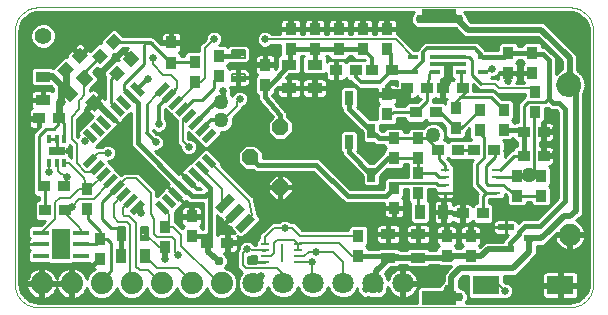
<source format=gtl>
G75*
%MOIN*%
%OFA0B0*%
%FSLAX24Y24*%
%IPPOS*%
%LPD*%
%AMOC8*
5,1,8,0,0,1.08239X$1,22.5*
%
%ADD10C,0.0010*%
%ADD11OC8,0.0520*%
%ADD12R,0.0380X0.0400*%
%ADD13R,0.0400X0.0380*%
%ADD14R,0.0355X0.0512*%
%ADD15R,0.0276X0.0472*%
%ADD16R,0.0512X0.0355*%
%ADD17R,0.0315X0.0098*%
%ADD18R,0.0374X0.0142*%
%ADD19R,0.0400X0.0450*%
%ADD20C,0.0560*%
%ADD21R,0.0276X0.0669*%
%ADD22R,0.0500X0.0210*%
%ADD23R,0.0210X0.0500*%
%ADD24C,0.0079*%
%ADD25R,0.0531X0.0177*%
%ADD26R,0.0630X0.0984*%
%ADD27R,0.0118X0.0276*%
%ADD28R,0.0531X0.0256*%
%ADD29R,0.0520X0.0220*%
%ADD30C,0.0000*%
%ADD31C,0.0050*%
%ADD32R,0.0100X0.0100*%
%ADD33C,0.0740*%
%ADD34R,0.0906X0.0630*%
%ADD35C,0.0500*%
%ADD36R,0.1181X0.0500*%
%ADD37C,0.0709*%
%ADD38R,0.0079X0.0630*%
%ADD39C,0.0160*%
%ADD40C,0.0317*%
%ADD41C,0.0100*%
%ADD42C,0.0310*%
%ADD43C,0.0200*%
%ADD44C,0.0250*%
%ADD45C,0.0080*%
%ADD46C,0.0240*%
%ADD47C,0.0180*%
%ADD48C,0.0120*%
%ADD49C,0.0270*%
%ADD50C,0.0140*%
%ADD51C,0.0280*%
%ADD52C,0.0300*%
D10*
X000937Y002139D02*
X013750Y002139D01*
X014950Y002139D01*
X018654Y002139D01*
X018708Y002141D01*
X018761Y002146D01*
X018814Y002155D01*
X018866Y002168D01*
X018918Y002184D01*
X018968Y002204D01*
X019016Y002227D01*
X019063Y002254D01*
X019108Y002283D01*
X019151Y002316D01*
X019191Y002351D01*
X019229Y002389D01*
X019264Y002429D01*
X019297Y002472D01*
X019326Y002517D01*
X019353Y002564D01*
X019376Y002612D01*
X019396Y002662D01*
X019412Y002714D01*
X019425Y002766D01*
X019434Y002819D01*
X019439Y002872D01*
X019441Y002926D01*
X019441Y011352D01*
X019439Y011406D01*
X019434Y011459D01*
X019425Y011512D01*
X019412Y011564D01*
X019396Y011616D01*
X019376Y011666D01*
X019353Y011714D01*
X019326Y011761D01*
X019297Y011806D01*
X019264Y011849D01*
X019229Y011889D01*
X019191Y011927D01*
X019151Y011962D01*
X019108Y011995D01*
X019063Y012024D01*
X019016Y012051D01*
X018968Y012074D01*
X018918Y012094D01*
X018866Y012110D01*
X018814Y012123D01*
X018761Y012132D01*
X018708Y012137D01*
X018654Y012139D01*
X014900Y012139D01*
X013700Y012139D01*
X000937Y012139D01*
X000883Y012137D01*
X000830Y012132D01*
X000777Y012123D01*
X000725Y012110D01*
X000673Y012094D01*
X000623Y012074D01*
X000575Y012051D01*
X000528Y012024D01*
X000483Y011995D01*
X000440Y011962D01*
X000400Y011927D01*
X000362Y011889D01*
X000327Y011849D01*
X000294Y011806D01*
X000265Y011761D01*
X000238Y011714D01*
X000215Y011666D01*
X000195Y011616D01*
X000179Y011564D01*
X000166Y011512D01*
X000157Y011459D01*
X000152Y011406D01*
X000150Y011352D01*
X000150Y002926D01*
X000152Y002872D01*
X000157Y002819D01*
X000166Y002766D01*
X000179Y002714D01*
X000195Y002662D01*
X000215Y002612D01*
X000238Y002564D01*
X000265Y002517D01*
X000294Y002472D01*
X000327Y002429D01*
X000362Y002389D01*
X000400Y002351D01*
X000440Y002316D01*
X000483Y002283D01*
X000528Y002254D01*
X000575Y002227D01*
X000623Y002204D01*
X000673Y002184D01*
X000725Y002168D01*
X000777Y002155D01*
X000830Y002146D01*
X000883Y002141D01*
X000937Y002139D01*
D11*
X009008Y006139D03*
X008008Y007139D03*
X009008Y008139D03*
D12*
X008500Y009554D03*
X008500Y010224D03*
X009350Y010744D03*
X010150Y010744D03*
X010950Y010744D03*
X011750Y010744D03*
X012550Y010744D03*
X012550Y011414D03*
X011750Y011414D03*
X010950Y011414D03*
X010150Y011414D03*
X009350Y011414D03*
X006950Y010524D03*
X006150Y010332D03*
X005365Y010298D03*
X006150Y009663D03*
X006950Y009854D03*
X005365Y010968D03*
X012570Y009244D03*
X012570Y008574D03*
X012800Y007774D03*
X013600Y007774D03*
X014850Y008104D03*
X015650Y008054D03*
X016450Y008054D03*
X016450Y008724D03*
X015650Y008724D03*
X014850Y008774D03*
X016600Y009954D03*
X017400Y009954D03*
X017500Y009324D03*
X017500Y008654D03*
X013600Y007104D03*
X012800Y007104D03*
X013600Y006604D03*
X012800Y006124D03*
X013600Y005934D03*
X012800Y005454D03*
X011600Y004524D03*
X011600Y003854D03*
X014550Y003854D03*
X015350Y003854D03*
X015350Y004524D03*
X014550Y004524D03*
X016900Y005854D03*
X017700Y005854D03*
X017700Y006524D03*
X016900Y006524D03*
X016600Y010624D03*
X017400Y010624D03*
X006050Y005174D03*
X005150Y004824D03*
X006050Y004504D03*
X005150Y004154D03*
X003000Y004424D03*
X003000Y003754D03*
X002550Y005404D03*
X002550Y006074D03*
D13*
X001794Y006170D03*
X001125Y006170D03*
X001165Y005369D03*
X001835Y005369D03*
X006565Y004289D03*
X007235Y004289D03*
X014265Y007389D03*
X014935Y007389D03*
X015465Y007389D03*
X016135Y007389D03*
X017115Y007189D03*
X017785Y007189D03*
X017785Y007989D03*
X017115Y007989D03*
X015085Y009439D03*
X014415Y009439D03*
X013905Y009439D03*
X013235Y009439D03*
X012735Y010039D03*
X012065Y010039D03*
X011535Y010039D03*
X010865Y010039D03*
X013515Y008639D03*
X014185Y008639D03*
X015085Y005269D03*
X015755Y005269D03*
G36*
X004312Y010433D02*
X004030Y010151D01*
X003762Y010419D01*
X004044Y010701D01*
X004312Y010433D01*
G37*
G36*
X003838Y009959D02*
X003556Y009677D01*
X003288Y009945D01*
X003570Y010227D01*
X003838Y009959D01*
G37*
G36*
X003268Y010529D02*
X002986Y010247D01*
X002718Y010515D01*
X003000Y010797D01*
X003268Y010529D01*
G37*
G36*
X003742Y011003D02*
X003460Y010721D01*
X003192Y010989D01*
X003474Y011271D01*
X003742Y011003D01*
G37*
G36*
X002047Y010525D02*
X002329Y010807D01*
X002597Y010539D01*
X002315Y010257D01*
X002047Y010525D01*
G37*
G36*
X001574Y010052D02*
X001856Y010334D01*
X002124Y010066D01*
X001842Y009784D01*
X001574Y010052D01*
G37*
X001635Y008439D03*
X000965Y008439D03*
D14*
X003706Y003839D03*
X004494Y003839D03*
X013656Y005319D03*
X014444Y005319D03*
D15*
X012040Y006561D03*
X011300Y007661D03*
X012040Y008017D03*
X011300Y009117D03*
D16*
X010150Y009445D03*
X009300Y009445D03*
X009300Y010233D03*
X010150Y010233D03*
X001088Y009833D03*
X001088Y009045D03*
X012600Y004583D03*
X013600Y004583D03*
X013600Y003795D03*
X012600Y003795D03*
D17*
X009601Y003841D03*
X009601Y004038D03*
X009601Y004234D03*
X009601Y003644D03*
X008499Y003644D03*
X008499Y003841D03*
X008499Y004038D03*
X008499Y004234D03*
X014504Y005955D03*
X014504Y006211D03*
X014504Y006467D03*
X014504Y006723D03*
X016196Y006723D03*
X016196Y006467D03*
X016196Y006211D03*
X016196Y005955D03*
D18*
X015774Y009983D03*
X015026Y009983D03*
X015026Y010239D03*
X015026Y010495D03*
X015774Y010495D03*
X014174Y010495D03*
X014174Y010239D03*
X014174Y009983D03*
X013426Y009983D03*
X013426Y010495D03*
D19*
G36*
X002483Y008973D02*
X002766Y009256D01*
X003083Y008939D01*
X002800Y008656D01*
X002483Y008973D01*
G37*
G36*
X001670Y009291D02*
X001953Y009574D01*
X002270Y009257D01*
X001987Y008974D01*
X001670Y009291D01*
G37*
G36*
X002765Y009752D02*
X002482Y009469D01*
X002165Y009786D01*
X002448Y010069D01*
X002765Y009752D01*
G37*
D20*
X001100Y011189D03*
D21*
G36*
X007028Y005290D02*
X006833Y005485D01*
X007304Y005956D01*
X007499Y005761D01*
X007028Y005290D01*
G37*
G36*
X007362Y004956D02*
X007167Y005151D01*
X007638Y005622D01*
X007833Y005427D01*
X007362Y004956D01*
G37*
G36*
X007696Y004622D02*
X007501Y004817D01*
X007972Y005288D01*
X008167Y005093D01*
X007696Y004622D01*
G37*
D22*
G36*
X005186Y005938D02*
X005539Y005585D01*
X005390Y005436D01*
X005037Y005789D01*
X005186Y005938D01*
G37*
G36*
X005409Y006161D02*
X005762Y005808D01*
X005613Y005659D01*
X005260Y006012D01*
X005409Y006161D01*
G37*
G36*
X005632Y006384D02*
X005985Y006031D01*
X005836Y005882D01*
X005483Y006235D01*
X005632Y006384D01*
G37*
G36*
X005854Y006606D02*
X006207Y006253D01*
X006058Y006104D01*
X005705Y006457D01*
X005854Y006606D01*
G37*
G36*
X006077Y006829D02*
X006430Y006476D01*
X006281Y006327D01*
X005928Y006680D01*
X006077Y006829D01*
G37*
G36*
X006300Y007052D02*
X006653Y006699D01*
X006504Y006550D01*
X006151Y006903D01*
X006300Y007052D01*
G37*
G36*
X006522Y007275D02*
X006875Y006922D01*
X006726Y006773D01*
X006373Y007126D01*
X006522Y007275D01*
G37*
G36*
X003464Y008996D02*
X003817Y008643D01*
X003668Y008494D01*
X003315Y008847D01*
X003464Y008996D01*
G37*
G36*
X003687Y009219D02*
X004040Y008866D01*
X003891Y008717D01*
X003538Y009070D01*
X003687Y009219D01*
G37*
G36*
X003910Y009442D02*
X004263Y009089D01*
X004114Y008940D01*
X003761Y009293D01*
X003910Y009442D01*
G37*
G36*
X004132Y009665D02*
X004485Y009312D01*
X004336Y009163D01*
X003983Y009516D01*
X004132Y009665D01*
G37*
G36*
X003242Y008774D02*
X003595Y008421D01*
X003446Y008272D01*
X003093Y008625D01*
X003242Y008774D01*
G37*
G36*
X003019Y008551D02*
X003372Y008198D01*
X003223Y008049D01*
X002870Y008402D01*
X003019Y008551D01*
G37*
G36*
X002796Y008328D02*
X003149Y007975D01*
X003000Y007826D01*
X002647Y008179D01*
X002796Y008328D01*
G37*
G36*
X002574Y008106D02*
X002927Y007753D01*
X002778Y007604D01*
X002425Y007957D01*
X002574Y008106D01*
G37*
G36*
X004964Y005716D02*
X005317Y005363D01*
X005168Y005214D01*
X004815Y005567D01*
X004964Y005716D01*
G37*
D23*
G36*
X004336Y005716D02*
X004485Y005567D01*
X004132Y005214D01*
X003983Y005363D01*
X004336Y005716D01*
G37*
G36*
X004114Y005938D02*
X004263Y005789D01*
X003910Y005436D01*
X003761Y005585D01*
X004114Y005938D01*
G37*
G36*
X003891Y006161D02*
X004040Y006012D01*
X003687Y005659D01*
X003538Y005808D01*
X003891Y006161D01*
G37*
G36*
X003668Y006384D02*
X003817Y006235D01*
X003464Y005882D01*
X003315Y006031D01*
X003668Y006384D01*
G37*
G36*
X003446Y006606D02*
X003595Y006457D01*
X003242Y006104D01*
X003093Y006253D01*
X003446Y006606D01*
G37*
G36*
X003223Y006829D02*
X003372Y006680D01*
X003019Y006327D01*
X002870Y006476D01*
X003223Y006829D01*
G37*
G36*
X003000Y007052D02*
X003149Y006903D01*
X002796Y006550D01*
X002647Y006699D01*
X003000Y007052D01*
G37*
G36*
X002778Y007275D02*
X002927Y007126D01*
X002574Y006773D01*
X002425Y006922D01*
X002778Y007275D01*
G37*
G36*
X005836Y008996D02*
X005985Y008847D01*
X005632Y008494D01*
X005483Y008643D01*
X005836Y008996D01*
G37*
G36*
X005613Y009219D02*
X005762Y009070D01*
X005409Y008717D01*
X005260Y008866D01*
X005613Y009219D01*
G37*
G36*
X005390Y009442D02*
X005539Y009293D01*
X005186Y008940D01*
X005037Y009089D01*
X005390Y009442D01*
G37*
G36*
X005168Y009665D02*
X005317Y009516D01*
X004964Y009163D01*
X004815Y009312D01*
X005168Y009665D01*
G37*
G36*
X006058Y008774D02*
X006207Y008625D01*
X005854Y008272D01*
X005705Y008421D01*
X006058Y008774D01*
G37*
G36*
X006281Y008551D02*
X006430Y008402D01*
X006077Y008049D01*
X005928Y008198D01*
X006281Y008551D01*
G37*
G36*
X006504Y008328D02*
X006653Y008179D01*
X006300Y007826D01*
X006151Y007975D01*
X006504Y008328D01*
G37*
G36*
X006726Y008106D02*
X006875Y007957D01*
X006522Y007604D01*
X006373Y007753D01*
X006726Y008106D01*
G37*
D24*
X007817Y009677D02*
X007817Y009913D01*
X007817Y009677D02*
X007383Y009677D01*
X007383Y009913D01*
X007817Y009913D01*
X007817Y009755D02*
X007383Y009755D01*
X007383Y009833D02*
X007817Y009833D01*
X007817Y009911D02*
X007383Y009911D01*
X007817Y010465D02*
X007817Y010701D01*
X007817Y010465D02*
X007383Y010465D01*
X007383Y010701D01*
X007817Y010701D01*
X007817Y010543D02*
X007383Y010543D01*
X007383Y010621D02*
X007817Y010621D01*
X007817Y010699D02*
X007383Y010699D01*
X004612Y004372D02*
X004376Y004372D01*
X004376Y004806D01*
X004612Y004806D01*
X004612Y004372D01*
X004612Y004450D02*
X004376Y004450D01*
X004376Y004528D02*
X004612Y004528D01*
X004612Y004606D02*
X004376Y004606D01*
X004376Y004684D02*
X004612Y004684D01*
X004612Y004762D02*
X004376Y004762D01*
X003824Y004372D02*
X003588Y004372D01*
X003588Y004806D01*
X003824Y004806D01*
X003824Y004372D01*
X003824Y004450D02*
X003588Y004450D01*
X003588Y004528D02*
X003824Y004528D01*
X003824Y004606D02*
X003588Y004606D01*
X003588Y004684D02*
X003824Y004684D01*
X003824Y004762D02*
X003588Y004762D01*
D25*
X002357Y004633D03*
X002357Y004239D03*
X002357Y003845D03*
X001018Y003845D03*
X001018Y004239D03*
X001018Y004633D03*
D26*
X001687Y004239D03*
D27*
X001806Y006938D03*
X001550Y006938D03*
X001294Y006938D03*
X001294Y007765D03*
X001550Y007765D03*
X001806Y007765D03*
D28*
X001550Y007352D03*
D29*
X016520Y004809D03*
X017380Y004439D03*
X016520Y004069D03*
D30*
X018420Y009560D02*
X018422Y009588D01*
X018428Y009615D01*
X018437Y009641D01*
X018450Y009666D01*
X018467Y009689D01*
X018486Y009709D01*
X018508Y009726D01*
X018532Y009740D01*
X018558Y009750D01*
X018585Y009757D01*
X018613Y009760D01*
X018641Y009759D01*
X018668Y009754D01*
X018695Y009745D01*
X018720Y009733D01*
X018743Y009718D01*
X018764Y009699D01*
X018782Y009678D01*
X018797Y009654D01*
X018808Y009628D01*
X018816Y009602D01*
X018820Y009574D01*
X018820Y009546D01*
X018816Y009518D01*
X018808Y009492D01*
X018797Y009466D01*
X018782Y009442D01*
X018764Y009421D01*
X018743Y009402D01*
X018720Y009387D01*
X018695Y009375D01*
X018668Y009366D01*
X018641Y009361D01*
X018613Y009360D01*
X018585Y009363D01*
X018558Y009370D01*
X018532Y009380D01*
X018508Y009394D01*
X018486Y009411D01*
X018467Y009431D01*
X018450Y009454D01*
X018437Y009479D01*
X018428Y009505D01*
X018422Y009532D01*
X018420Y009560D01*
D31*
X018240Y009560D02*
X019000Y009560D01*
X018994Y009494D01*
X018977Y009430D01*
X018949Y009370D01*
X018911Y009316D01*
X018864Y009269D01*
X018810Y009231D01*
X018750Y009203D01*
X018686Y009186D01*
X018620Y009180D01*
X018554Y009186D01*
X018490Y009203D01*
X018430Y009231D01*
X018376Y009269D01*
X018329Y009316D01*
X018291Y009370D01*
X018263Y009430D01*
X018246Y009494D01*
X018240Y009560D01*
X018246Y009626D01*
X018263Y009690D01*
X018291Y009750D01*
X018329Y009805D01*
X018376Y009851D01*
X018430Y009889D01*
X018490Y009917D01*
X018554Y009935D01*
X018620Y009940D01*
X018686Y009935D01*
X018750Y009917D01*
X018810Y009889D01*
X018864Y009851D01*
X018911Y009805D01*
X018949Y009750D01*
X018977Y009690D01*
X018994Y009626D01*
X019000Y009560D01*
X018996Y009608D02*
X018244Y009608D01*
X018254Y009657D02*
X018986Y009657D01*
X018970Y009705D02*
X018270Y009705D01*
X018293Y009754D02*
X018947Y009754D01*
X018913Y009802D02*
X018327Y009802D01*
X018375Y009851D02*
X018865Y009851D01*
X018789Y009899D02*
X018451Y009899D01*
X018244Y009511D02*
X018996Y009511D01*
X018986Y009463D02*
X018254Y009463D01*
X018270Y009414D02*
X018970Y009414D01*
X018946Y009366D02*
X018294Y009366D01*
X018328Y009317D02*
X018912Y009317D01*
X018863Y009269D02*
X018377Y009269D01*
X018454Y009220D02*
X018786Y009220D01*
D32*
X018620Y009850D03*
D33*
X018654Y004560D03*
X007050Y002939D03*
X006050Y002939D03*
X005050Y002939D03*
X004050Y002939D03*
X003050Y002939D03*
X002050Y002939D03*
X001050Y002939D03*
D34*
X015860Y002869D03*
X018340Y002869D03*
D35*
X017300Y006539D03*
X014100Y007889D03*
X007041Y008367D03*
X007041Y008996D03*
D36*
X014300Y011839D03*
X014300Y002439D03*
D37*
X013090Y002939D03*
X012100Y002939D03*
X011100Y002939D03*
X010100Y002939D03*
X009100Y002939D03*
X008100Y002939D03*
D38*
X009050Y003939D03*
D39*
X006650Y004439D02*
X006615Y004324D01*
X006565Y004289D01*
X006581Y004504D01*
X006050Y004504D01*
X006650Y004439D02*
X006650Y005539D01*
X006650Y005989D01*
X006500Y005839D01*
X006050Y005839D01*
X005756Y006133D01*
X005734Y006133D01*
X004250Y007616D01*
X004250Y008939D01*
X004012Y009177D01*
X004012Y009191D01*
X006918Y009039D02*
X007041Y009039D01*
X007041Y008996D01*
X007100Y009196D01*
X007100Y009339D01*
X008500Y009139D02*
X009000Y008539D01*
X009000Y007970D01*
X009008Y008139D01*
X008500Y009139D02*
X008500Y009554D01*
X008622Y009504D01*
X009300Y010233D01*
X009350Y010744D01*
X010150Y010744D01*
X010150Y010233D01*
X010150Y010744D02*
X010950Y010744D01*
X011750Y010744D01*
X013235Y009439D02*
X013235Y009274D01*
X013150Y009189D01*
X012625Y009189D01*
X012570Y009244D01*
X012675Y009339D02*
X013200Y009339D01*
X012040Y008017D02*
X011300Y008757D01*
X011300Y009117D01*
X012040Y008017D02*
X012284Y007774D01*
X012800Y007774D01*
X012800Y007104D02*
X012584Y007104D01*
X012040Y006561D01*
X011300Y007301D01*
X011300Y007661D01*
X010200Y006889D02*
X008258Y006889D01*
X008008Y007139D01*
X006650Y006107D02*
X006179Y006578D01*
X006650Y006107D02*
X006650Y005989D01*
X003706Y004589D02*
X003706Y003839D01*
X003000Y003754D02*
X002965Y003754D01*
X002550Y003339D01*
X010200Y006889D02*
X011250Y005839D01*
X011400Y005839D01*
X011565Y005839D01*
X012515Y005839D01*
X012800Y006124D01*
X016520Y004069D02*
X016650Y004199D01*
X016650Y004289D01*
X016950Y004589D01*
X016950Y004639D01*
X017150Y004839D01*
X017650Y004839D01*
X018500Y005689D01*
X018500Y008739D01*
X018300Y008939D01*
X018100Y008939D01*
X017950Y009089D01*
X017950Y010389D01*
X017750Y010589D01*
X017435Y010589D01*
X017400Y010624D02*
X016600Y010624D01*
X016471Y010495D01*
X015774Y010495D01*
X016450Y008054D02*
X017050Y008054D01*
X017115Y007989D01*
X017115Y007189D01*
X017050Y007189D01*
X012100Y002939D02*
X012000Y003039D01*
X014300Y002439D02*
X014950Y002439D01*
X014950Y002489D01*
X014600Y002739D02*
X014450Y002589D01*
X014300Y002439D01*
X007600Y010524D02*
X006950Y010524D01*
X007600Y010524D02*
X007600Y010583D01*
D40*
X001700Y008989D03*
D41*
X001127Y009084D02*
X001049Y009084D01*
X001049Y009007D01*
X000682Y009007D01*
X000682Y008848D01*
X000692Y008810D01*
X000712Y008776D01*
X000716Y008771D01*
X000707Y008769D01*
X000673Y008749D01*
X000645Y008721D01*
X000626Y008687D01*
X000615Y008649D01*
X000615Y008484D01*
X000920Y008484D01*
X000920Y008394D01*
X000615Y008394D01*
X000615Y008229D01*
X000626Y008191D01*
X000645Y008157D01*
X000673Y008129D01*
X000707Y008109D01*
X000746Y008099D01*
X000920Y008099D01*
X000920Y008394D01*
X001010Y008394D01*
X001010Y008182D01*
X001000Y008172D01*
X000750Y007922D01*
X000750Y006256D01*
X000775Y006231D01*
X000775Y005918D01*
X000863Y005830D01*
X000965Y005830D01*
X000965Y005709D01*
X000903Y005709D01*
X000815Y005621D01*
X000815Y005117D01*
X000903Y005029D01*
X001171Y005029D01*
X001014Y004871D01*
X000690Y004871D01*
X000602Y004783D01*
X000602Y004482D01*
X000648Y004436D01*
X000632Y004420D01*
X000613Y004386D01*
X000602Y004347D01*
X000602Y004239D01*
X000602Y004131D01*
X000613Y004093D01*
X000632Y004058D01*
X000648Y004042D01*
X000602Y003996D01*
X000602Y003695D01*
X000690Y003607D01*
X001300Y003607D01*
X001310Y003597D01*
X002064Y003597D01*
X002074Y003607D01*
X002660Y003607D01*
X002660Y003535D01*
X002670Y003497D01*
X002690Y003462D01*
X002718Y003434D01*
X002752Y003415D01*
X002790Y003404D01*
X002815Y003404D01*
X002755Y003380D01*
X002609Y003234D01*
X002549Y003087D01*
X002532Y003139D01*
X002495Y003212D01*
X002447Y003278D01*
X002389Y003336D01*
X002323Y003384D01*
X002250Y003421D01*
X002172Y003446D01*
X002100Y003458D01*
X002100Y002989D01*
X002000Y002989D01*
X002000Y002889D01*
X002100Y002889D01*
X002100Y002421D01*
X002172Y002432D01*
X002250Y002457D01*
X002323Y002494D01*
X002389Y002542D01*
X002447Y002600D01*
X002495Y002667D01*
X002532Y002739D01*
X002549Y002791D01*
X002609Y002645D01*
X002755Y002498D01*
X002947Y002419D01*
X003153Y002419D01*
X003345Y002498D01*
X003491Y002645D01*
X003550Y002787D01*
X003609Y002645D01*
X003755Y002498D01*
X003947Y002419D01*
X004153Y002419D01*
X004345Y002498D01*
X004491Y002645D01*
X004550Y002787D01*
X004609Y002645D01*
X004755Y002498D01*
X004947Y002419D01*
X005153Y002419D01*
X005345Y002498D01*
X005491Y002645D01*
X005550Y002787D01*
X005609Y002645D01*
X005755Y002498D01*
X005947Y002419D01*
X006153Y002419D01*
X006345Y002498D01*
X006491Y002645D01*
X006550Y002787D01*
X006609Y002645D01*
X006755Y002498D01*
X006947Y002419D01*
X007153Y002419D01*
X007345Y002498D01*
X007491Y002645D01*
X007570Y002836D01*
X007570Y003043D01*
X007491Y003234D01*
X007345Y003380D01*
X007153Y003459D01*
X007151Y003459D01*
X007209Y003516D01*
X007255Y003628D01*
X007255Y003750D01*
X007209Y003862D01*
X007123Y003948D01*
X007119Y003949D01*
X007190Y003949D01*
X007190Y004244D01*
X007280Y004244D01*
X007280Y004334D01*
X007585Y004334D01*
X007585Y004499D01*
X007577Y004526D01*
X007633Y004471D01*
X007757Y004471D01*
X008318Y005032D01*
X008318Y005156D01*
X008239Y005235D01*
X008238Y005239D01*
X008233Y005306D01*
X008223Y005315D01*
X008140Y005709D01*
X008140Y005768D01*
X008124Y005783D01*
X008120Y005805D01*
X008070Y005837D01*
X007026Y006882D01*
X007026Y006983D01*
X006584Y007425D01*
X006460Y007425D01*
X006223Y007188D01*
X006001Y006966D01*
X005226Y006966D01*
X005128Y007064D02*
X006099Y007064D01*
X006001Y006966D02*
X006001Y006966D01*
X005778Y006743D01*
X005778Y006736D01*
X005762Y006726D01*
X005675Y006640D01*
X005956Y006359D01*
X005953Y006355D01*
X005672Y006636D01*
X005613Y006578D01*
X004828Y007364D01*
X004905Y007364D01*
X005006Y007406D01*
X005083Y007483D01*
X005125Y007584D01*
X005125Y007694D01*
X005083Y007795D01*
X005006Y007872D01*
X004905Y007914D01*
X004872Y007914D01*
X004750Y008036D01*
X004750Y008050D01*
X004794Y008006D01*
X004895Y007964D01*
X005005Y007964D01*
X005106Y008006D01*
X005183Y008083D01*
X005225Y008184D01*
X005225Y008294D01*
X005183Y008395D01*
X005160Y008418D01*
X005160Y008752D01*
X005161Y008753D01*
X005346Y008567D01*
X005560Y008353D01*
X005560Y007610D01*
X005675Y007495D01*
X005675Y007434D01*
X005717Y007333D01*
X005794Y007256D01*
X005895Y007214D01*
X006005Y007214D01*
X006106Y007256D01*
X006183Y007333D01*
X006225Y007434D01*
X006225Y007544D01*
X006183Y007645D01*
X006106Y007722D01*
X006005Y007764D01*
X005944Y007764D01*
X005940Y007768D01*
X005940Y007973D01*
X006014Y007899D01*
X006237Y007676D01*
X006460Y007454D01*
X006584Y007454D01*
X007026Y007895D01*
X007026Y007967D01*
X007120Y007967D01*
X007267Y008028D01*
X007380Y008141D01*
X007441Y008288D01*
X007441Y008447D01*
X007436Y008457D01*
X007629Y008649D01*
X007740Y008760D01*
X007740Y008829D01*
X007806Y008856D01*
X007883Y008933D01*
X007925Y009034D01*
X008280Y009034D01*
X008270Y009044D02*
X008330Y008984D01*
X008759Y008469D01*
X008598Y008309D01*
X008598Y007969D01*
X008838Y007729D01*
X009178Y007729D01*
X009418Y007969D01*
X009418Y008309D01*
X009230Y008497D01*
X009230Y008529D01*
X009238Y008613D01*
X009230Y008622D01*
X009230Y008634D01*
X009170Y008694D01*
X008745Y009204D01*
X008752Y009204D01*
X008840Y009292D01*
X008840Y009401D01*
X008917Y009484D01*
X009261Y009484D01*
X009261Y009407D01*
X008894Y009407D01*
X008894Y009248D01*
X008904Y009210D01*
X008924Y009176D01*
X008952Y009148D01*
X008986Y009128D01*
X009024Y009118D01*
X009261Y009118D01*
X009261Y009407D01*
X009339Y009407D01*
X009339Y009484D01*
X009706Y009484D01*
X009706Y009643D01*
X009696Y009681D01*
X009676Y009715D01*
X009648Y009743D01*
X009614Y009763D01*
X009576Y009773D01*
X009339Y009773D01*
X009339Y009484D01*
X009261Y009484D01*
X009261Y009773D01*
X009186Y009773D01*
X009309Y009905D01*
X009618Y009905D01*
X009706Y009993D01*
X009706Y010472D01*
X009690Y010488D01*
X009690Y010514D01*
X009786Y010514D01*
X009744Y010472D01*
X009744Y009993D01*
X009832Y009905D01*
X010468Y009905D01*
X010515Y009953D01*
X010515Y009829D01*
X010526Y009791D01*
X010545Y009757D01*
X010573Y009729D01*
X010607Y009709D01*
X010646Y009699D01*
X010820Y009699D01*
X010820Y009994D01*
X010910Y009994D01*
X010910Y009699D01*
X011085Y009699D01*
X011123Y009709D01*
X011157Y009729D01*
X011185Y009757D01*
X011196Y009776D01*
X011273Y009699D01*
X011343Y009699D01*
X011490Y009552D01*
X011613Y009429D01*
X012230Y009429D01*
X012230Y009289D01*
X012525Y009289D01*
X012525Y009532D01*
X012545Y009552D01*
X012692Y009699D01*
X012903Y009699D01*
X012896Y009687D01*
X012885Y009649D01*
X012885Y009527D01*
X012880Y009536D01*
X012852Y009564D01*
X012818Y009584D01*
X012780Y009594D01*
X012615Y009594D01*
X012615Y009289D01*
X012525Y009289D01*
X012525Y009199D01*
X012230Y009199D01*
X012230Y009024D01*
X012240Y008986D01*
X012260Y008952D01*
X012288Y008924D01*
X012306Y008913D01*
X012230Y008837D01*
X012230Y008404D01*
X011979Y008404D01*
X011576Y008807D01*
X011588Y008819D01*
X011588Y009416D01*
X011500Y009504D01*
X011100Y009504D01*
X011012Y009416D01*
X011012Y008819D01*
X011070Y008761D01*
X011070Y008662D01*
X011752Y007980D01*
X011752Y007719D01*
X011840Y007631D01*
X012101Y007631D01*
X012188Y007544D01*
X012460Y007544D01*
X012460Y007512D01*
X012533Y007439D01*
X012460Y007367D01*
X012460Y007306D01*
X012101Y006947D01*
X011979Y006947D01*
X011576Y007350D01*
X011588Y007362D01*
X011588Y007959D01*
X011500Y008047D01*
X011100Y008047D01*
X011012Y007959D01*
X011012Y007362D01*
X011070Y007305D01*
X011070Y007205D01*
X011752Y006523D01*
X011752Y006262D01*
X011840Y006175D01*
X012240Y006175D01*
X012328Y006262D01*
X012328Y006523D01*
X012559Y006754D01*
X013052Y006754D01*
X013140Y006842D01*
X013140Y006904D01*
X013260Y006904D01*
X013260Y006469D01*
X013057Y006469D01*
X013052Y006474D01*
X012548Y006474D01*
X012460Y006386D01*
X012460Y006109D01*
X012420Y006069D01*
X011345Y006069D01*
X010430Y006984D01*
X010295Y007119D01*
X008418Y007119D01*
X008418Y007309D01*
X008178Y007549D01*
X007838Y007549D01*
X007598Y007309D01*
X007598Y006969D01*
X007838Y006729D01*
X008093Y006729D01*
X008163Y006659D01*
X010105Y006659D01*
X011155Y005609D01*
X012460Y005609D01*
X012460Y005499D01*
X012755Y005499D01*
X012755Y005409D01*
X012845Y005409D01*
X012845Y005104D01*
X013010Y005104D01*
X013048Y005115D01*
X013082Y005134D01*
X013110Y005162D01*
X013130Y005197D01*
X013140Y005235D01*
X013140Y005409D01*
X012845Y005409D01*
X012845Y005499D01*
X013140Y005499D01*
X013140Y005674D01*
X013130Y005712D01*
X013110Y005747D01*
X013082Y005774D01*
X013064Y005785D01*
X013140Y005862D01*
X013140Y006069D01*
X013260Y006069D01*
X013260Y005672D01*
X013329Y005603D01*
X013329Y005001D01*
X013417Y004913D01*
X013896Y004913D01*
X013984Y005001D01*
X013984Y005637D01*
X013940Y005681D01*
X013940Y006069D01*
X014125Y006069D01*
X014154Y006052D01*
X014195Y006011D01*
X014196Y006011D01*
X014196Y005955D01*
X014196Y005886D01*
X014206Y005848D01*
X014226Y005814D01*
X014254Y005786D01*
X014288Y005766D01*
X014326Y005756D01*
X014504Y005756D01*
X014681Y005756D01*
X014719Y005766D01*
X014753Y005786D01*
X014781Y005814D01*
X014801Y005848D01*
X014811Y005886D01*
X014811Y005955D01*
X014504Y005955D01*
X014504Y005955D01*
X014504Y005756D01*
X014504Y005955D01*
X014504Y005955D01*
X014811Y005955D01*
X014811Y006024D01*
X014801Y006062D01*
X014791Y006080D01*
X014811Y006100D01*
X014811Y006322D01*
X014794Y006339D01*
X014811Y006356D01*
X014811Y006578D01*
X014794Y006595D01*
X014811Y006612D01*
X014811Y006834D01*
X014723Y006922D01*
X014704Y006922D01*
X014704Y006968D01*
X014575Y007097D01*
X014600Y007122D01*
X014673Y007049D01*
X015197Y007049D01*
X015200Y007052D01*
X015203Y007049D01*
X015427Y007049D01*
X015350Y006972D01*
X015350Y006156D01*
X015581Y005925D01*
X015571Y005902D01*
X015555Y005885D01*
X015555Y005609D01*
X015493Y005609D01*
X015416Y005533D01*
X015405Y005551D01*
X015377Y005579D01*
X015343Y005599D01*
X015305Y005609D01*
X015130Y005609D01*
X015130Y005314D01*
X015040Y005314D01*
X015040Y005224D01*
X014771Y005224D01*
X014771Y005280D01*
X014482Y005280D01*
X014482Y004913D01*
X014641Y004913D01*
X014679Y004923D01*
X014713Y004943D01*
X014741Y004971D01*
X014758Y005000D01*
X014765Y004987D01*
X014793Y004959D01*
X014827Y004939D01*
X014866Y004929D01*
X015040Y004929D01*
X015040Y005224D01*
X015130Y005224D01*
X015130Y004929D01*
X015305Y004929D01*
X015343Y004939D01*
X015377Y004959D01*
X015405Y004987D01*
X015416Y005006D01*
X015493Y004929D01*
X016017Y004929D01*
X016105Y005017D01*
X016105Y005521D01*
X016017Y005609D01*
X015955Y005609D01*
X015955Y005739D01*
X016263Y005739D01*
X016280Y005756D01*
X016416Y005756D01*
X016504Y005844D01*
X016504Y005910D01*
X016560Y005866D01*
X016560Y005592D01*
X016648Y005504D01*
X017152Y005504D01*
X017240Y005592D01*
X017240Y005654D01*
X017360Y005654D01*
X017360Y005592D01*
X017448Y005504D01*
X017952Y005504D01*
X018040Y005592D01*
X018040Y006117D01*
X017967Y006189D01*
X018040Y006262D01*
X018040Y006786D01*
X017977Y006849D01*
X018004Y006849D01*
X018043Y006859D01*
X018077Y006879D01*
X018105Y006907D01*
X018124Y006941D01*
X018135Y006979D01*
X018135Y007144D01*
X017830Y007144D01*
X017830Y007234D01*
X018135Y007234D01*
X018135Y007399D01*
X018124Y007437D01*
X018105Y007471D01*
X018077Y007499D01*
X018043Y007519D01*
X018004Y007529D01*
X017830Y007529D01*
X017830Y007234D01*
X017740Y007234D01*
X017740Y007529D01*
X017650Y007529D01*
X017650Y007649D01*
X017740Y007649D01*
X017740Y007944D01*
X017830Y007944D01*
X017830Y008034D01*
X018135Y008034D01*
X018135Y008199D01*
X018124Y008237D01*
X018105Y008271D01*
X018077Y008299D01*
X018043Y008319D01*
X018004Y008329D01*
X017830Y008329D01*
X017830Y008034D01*
X017740Y008034D01*
X017740Y008304D01*
X017752Y008304D01*
X017840Y008392D01*
X017840Y008779D01*
X017935Y008779D01*
X018005Y008709D01*
X018205Y008709D01*
X018270Y008644D01*
X018270Y005784D01*
X017555Y005069D01*
X017055Y005069D01*
X016929Y004943D01*
X016920Y004977D01*
X016900Y005011D01*
X016872Y005039D01*
X016838Y005059D01*
X016800Y005069D01*
X016525Y005069D01*
X016525Y004814D01*
X016515Y004814D01*
X016515Y004804D01*
X016525Y004804D01*
X016525Y004549D01*
X016585Y004549D01*
X016555Y004519D01*
X016420Y004384D01*
X016420Y004329D01*
X016198Y004329D01*
X016188Y004319D01*
X015880Y004319D01*
X015788Y004281D01*
X015657Y004150D01*
X015614Y004193D01*
X015632Y004204D01*
X015660Y004232D01*
X015680Y004266D01*
X015690Y004304D01*
X015690Y004479D01*
X015395Y004479D01*
X015395Y004569D01*
X015305Y004569D01*
X015305Y004874D01*
X015140Y004874D01*
X015102Y004864D01*
X015068Y004844D01*
X015040Y004816D01*
X015020Y004782D01*
X015010Y004743D01*
X015010Y004569D01*
X015305Y004569D01*
X015305Y004479D01*
X015010Y004479D01*
X015010Y004304D01*
X015020Y004266D01*
X015040Y004232D01*
X015068Y004204D01*
X015086Y004193D01*
X015010Y004117D01*
X015010Y004104D01*
X014890Y004104D01*
X014890Y004117D01*
X014814Y004193D01*
X014832Y004204D01*
X014860Y004232D01*
X014880Y004266D01*
X014890Y004304D01*
X014890Y004479D01*
X014595Y004479D01*
X014595Y004569D01*
X014505Y004569D01*
X014505Y004874D01*
X014340Y004874D01*
X014302Y004864D01*
X014268Y004844D01*
X014240Y004816D01*
X014220Y004782D01*
X014210Y004743D01*
X014210Y004569D01*
X014505Y004569D01*
X014505Y004479D01*
X014210Y004479D01*
X014210Y004304D01*
X014220Y004266D01*
X014240Y004232D01*
X014268Y004204D01*
X014286Y004193D01*
X014210Y004117D01*
X014210Y004045D01*
X013996Y004045D01*
X013918Y004123D01*
X013282Y004123D01*
X013204Y004045D01*
X013039Y004045D01*
X013027Y004058D01*
X013004Y004067D01*
X012984Y004081D01*
X012961Y004085D01*
X012952Y004089D01*
X012918Y004123D01*
X012282Y004123D01*
X012254Y004094D01*
X011940Y004094D01*
X011940Y004117D01*
X011867Y004189D01*
X011940Y004262D01*
X011940Y004786D01*
X011852Y004874D01*
X011348Y004874D01*
X011260Y004786D01*
X011260Y004714D01*
X009744Y004714D01*
X009590Y004868D01*
X009479Y004979D01*
X009349Y004979D01*
X009306Y005022D01*
X009205Y005064D01*
X009095Y005064D01*
X008994Y005022D01*
X008951Y004979D01*
X008721Y004979D01*
X008421Y004679D01*
X008310Y004568D01*
X008310Y004434D01*
X008279Y004434D01*
X008191Y004346D01*
X008191Y004228D01*
X008171Y004228D01*
X008137Y004234D01*
X008133Y004245D01*
X008056Y004322D01*
X007955Y004364D01*
X007845Y004364D01*
X007744Y004322D01*
X007667Y004245D01*
X007625Y004144D01*
X007625Y004083D01*
X007562Y004020D01*
X007574Y004041D01*
X007585Y004079D01*
X007585Y004244D01*
X007280Y004244D01*
X007280Y003949D01*
X007454Y003949D01*
X007493Y003959D01*
X007527Y003979D01*
X007555Y004007D01*
X007560Y004016D01*
X007560Y003460D01*
X007671Y003349D01*
X007734Y003286D01*
X007672Y003225D01*
X007596Y003039D01*
X007596Y002839D01*
X007672Y002653D01*
X007814Y002512D01*
X008000Y002435D01*
X008200Y002435D01*
X008386Y002512D01*
X008528Y002653D01*
X008600Y002828D01*
X008672Y002653D01*
X008814Y002512D01*
X009000Y002435D01*
X009200Y002435D01*
X009386Y002512D01*
X009528Y002653D01*
X009600Y002828D01*
X009672Y002653D01*
X009814Y002512D01*
X010000Y002435D01*
X010200Y002435D01*
X010386Y002512D01*
X010528Y002653D01*
X010600Y002828D01*
X010672Y002653D01*
X010814Y002512D01*
X011000Y002435D01*
X011200Y002435D01*
X011386Y002512D01*
X011528Y002653D01*
X011575Y002768D01*
X011575Y002684D01*
X011617Y002583D01*
X011694Y002506D01*
X011795Y002464D01*
X011905Y002464D01*
X011917Y002469D01*
X012000Y002435D01*
X012200Y002435D01*
X012271Y002464D01*
X012355Y002464D01*
X012456Y002506D01*
X012533Y002583D01*
X012575Y002684D01*
X012575Y002768D01*
X012598Y002823D01*
X012598Y002821D01*
X012623Y002745D01*
X012659Y002675D01*
X012705Y002611D01*
X012761Y002554D01*
X012826Y002508D01*
X012896Y002472D01*
X012972Y002447D01*
X013040Y002436D01*
X013040Y002889D01*
X013140Y002889D01*
X013140Y002436D01*
X013208Y002447D01*
X013284Y002472D01*
X013354Y002508D01*
X013419Y002554D01*
X013475Y002611D01*
X013521Y002675D01*
X013557Y002745D01*
X013582Y002821D01*
X013593Y002889D01*
X013140Y002889D01*
X013140Y002989D01*
X013593Y002989D01*
X013582Y003057D01*
X013557Y003133D01*
X013521Y003203D01*
X013475Y003268D01*
X013419Y003324D01*
X013354Y003370D01*
X013284Y003406D01*
X013208Y003431D01*
X013140Y003442D01*
X013140Y002989D01*
X013040Y002989D01*
X013040Y003442D01*
X012972Y003431D01*
X012896Y003406D01*
X012826Y003370D01*
X012761Y003324D01*
X012705Y003268D01*
X012659Y003203D01*
X012623Y003133D01*
X012598Y003057D01*
X012598Y003055D01*
X012528Y003225D01*
X012483Y003269D01*
X012682Y003468D01*
X012918Y003468D01*
X012996Y003545D01*
X013204Y003545D01*
X013282Y003468D01*
X013918Y003468D01*
X013996Y003545D01*
X014257Y003545D01*
X014298Y003504D01*
X014712Y003504D01*
X014558Y003351D01*
X014488Y003281D01*
X014450Y003189D01*
X014450Y003002D01*
X014430Y002993D01*
X014346Y002909D01*
X014317Y002839D01*
X013647Y002839D01*
X013559Y002751D01*
X013559Y002294D01*
X000937Y002294D01*
X000838Y002302D01*
X000650Y002363D01*
X000490Y002479D01*
X000374Y002639D01*
X000313Y002828D01*
X000305Y002926D01*
X000305Y011352D01*
X000313Y011451D01*
X000374Y011639D01*
X000490Y011799D01*
X000650Y011915D01*
X000838Y011976D01*
X000937Y011984D01*
X013471Y011984D01*
X013396Y011909D01*
X013350Y011799D01*
X013350Y011679D01*
X013396Y011569D01*
X013480Y011485D01*
X013590Y011439D01*
X014846Y011439D01*
X015038Y011247D01*
X015108Y011177D01*
X015200Y011139D01*
X017596Y011139D01*
X018400Y010336D01*
X018400Y010074D01*
X018395Y010073D01*
X018389Y010074D01*
X018382Y010070D01*
X018375Y010068D01*
X018371Y010062D01*
X018342Y010042D01*
X018310Y010026D01*
X018303Y010026D01*
X018298Y010021D01*
X018290Y010017D01*
X018288Y010011D01*
X018263Y009986D01*
X018234Y009965D01*
X018227Y009964D01*
X018223Y009958D01*
X018216Y009953D01*
X018215Y009947D01*
X018194Y009918D01*
X018180Y009903D01*
X018180Y010484D01*
X018045Y010619D01*
X017845Y010819D01*
X017740Y010819D01*
X017740Y010886D01*
X017652Y010974D01*
X017148Y010974D01*
X017060Y010886D01*
X017060Y010854D01*
X016940Y010854D01*
X016940Y010886D01*
X016852Y010974D01*
X016348Y010974D01*
X016260Y010886D01*
X016260Y010725D01*
X015841Y010725D01*
X015690Y010876D01*
X015690Y010876D01*
X015567Y010999D01*
X013978Y010999D01*
X013972Y011005D01*
X013893Y010999D01*
X013813Y010999D01*
X013807Y010993D01*
X013798Y010992D01*
X013746Y010932D01*
X013690Y010876D01*
X013690Y010867D01*
X013616Y010782D01*
X013560Y010726D01*
X013560Y010717D01*
X013559Y010716D01*
X013474Y010716D01*
X012931Y011259D01*
X012890Y011259D01*
X012890Y011369D01*
X012595Y011369D01*
X012595Y011459D01*
X012505Y011459D01*
X012505Y011764D01*
X012340Y011764D01*
X012302Y011754D01*
X012268Y011734D01*
X012240Y011706D01*
X012220Y011672D01*
X012210Y011633D01*
X012210Y011459D01*
X012505Y011459D01*
X012505Y011369D01*
X012210Y011369D01*
X012210Y011259D01*
X012090Y011259D01*
X012090Y011369D01*
X011795Y011369D01*
X011795Y011459D01*
X011705Y011459D01*
X011705Y011764D01*
X011540Y011764D01*
X011502Y011754D01*
X011468Y011734D01*
X011440Y011706D01*
X011420Y011672D01*
X011410Y011633D01*
X011410Y011459D01*
X011705Y011459D01*
X011705Y011369D01*
X011410Y011369D01*
X011410Y011259D01*
X011290Y011259D01*
X011290Y011369D01*
X010995Y011369D01*
X010995Y011459D01*
X010905Y011459D01*
X010905Y011764D01*
X010740Y011764D01*
X010702Y011754D01*
X010668Y011734D01*
X010640Y011706D01*
X010620Y011672D01*
X010610Y011633D01*
X010610Y011459D01*
X010905Y011459D01*
X010905Y011369D01*
X010610Y011369D01*
X010610Y011259D01*
X010490Y011259D01*
X010490Y011369D01*
X010195Y011369D01*
X010195Y011459D01*
X010105Y011459D01*
X010105Y011764D01*
X009940Y011764D01*
X009902Y011754D01*
X009868Y011734D01*
X009840Y011706D01*
X009820Y011672D01*
X009810Y011633D01*
X009810Y011459D01*
X010105Y011459D01*
X010105Y011369D01*
X009810Y011369D01*
X009810Y011259D01*
X009690Y011259D01*
X009690Y011369D01*
X009395Y011369D01*
X009395Y011459D01*
X009305Y011459D01*
X009305Y011764D01*
X009140Y011764D01*
X009102Y011754D01*
X009068Y011734D01*
X009040Y011706D01*
X009020Y011672D01*
X009010Y011633D01*
X009010Y011459D01*
X009305Y011459D01*
X009305Y011369D01*
X009010Y011369D01*
X009010Y011259D01*
X008689Y011259D01*
X008646Y011302D01*
X008545Y011344D01*
X008435Y011344D01*
X008334Y011302D01*
X008257Y011225D01*
X008215Y011124D01*
X008215Y011014D01*
X008257Y010913D01*
X008334Y010836D01*
X008435Y010794D01*
X008545Y010794D01*
X008646Y010836D01*
X008689Y010879D01*
X009010Y010879D01*
X009010Y010560D01*
X008982Y010560D01*
X008894Y010472D01*
X008894Y010134D01*
X008840Y010076D01*
X008840Y010179D01*
X008545Y010179D01*
X008545Y010269D01*
X008455Y010269D01*
X008455Y010574D01*
X008290Y010574D01*
X008252Y010564D01*
X008218Y010544D01*
X008190Y010516D01*
X008170Y010482D01*
X008160Y010443D01*
X008160Y010269D01*
X008455Y010269D01*
X008455Y010179D01*
X008160Y010179D01*
X008160Y010004D01*
X008170Y009966D01*
X008190Y009932D01*
X008218Y009904D01*
X008236Y009893D01*
X008160Y009817D01*
X008160Y009292D01*
X008248Y009204D01*
X008270Y009204D01*
X008270Y009150D01*
X008262Y009065D01*
X008270Y009056D01*
X008270Y009044D01*
X008268Y009133D02*
X007925Y009133D01*
X007925Y009144D02*
X007883Y009245D01*
X007806Y009322D01*
X007705Y009364D01*
X007595Y009364D01*
X007494Y009322D01*
X007417Y009245D01*
X007394Y009189D01*
X007380Y009222D01*
X007358Y009244D01*
X007375Y009284D01*
X007375Y009394D01*
X007333Y009495D01*
X007359Y009488D01*
X007571Y009488D01*
X007571Y009767D01*
X007629Y009767D01*
X007629Y009824D01*
X008006Y009824D01*
X008006Y009938D01*
X007993Y009987D01*
X007968Y010030D01*
X007933Y010065D01*
X007890Y010090D01*
X007841Y010103D01*
X007629Y010103D01*
X007629Y009824D01*
X007571Y009824D01*
X007571Y010103D01*
X007359Y010103D01*
X007310Y010090D01*
X007290Y010078D01*
X007290Y010117D01*
X007217Y010189D01*
X007290Y010262D01*
X007290Y010290D01*
X007305Y010275D01*
X007895Y010275D01*
X008006Y010386D01*
X008006Y010779D01*
X007895Y010890D01*
X007305Y010890D01*
X007245Y010831D01*
X007202Y010874D01*
X006974Y010874D01*
X007033Y010933D01*
X007075Y011034D01*
X007075Y011144D01*
X007033Y011245D01*
X006956Y011322D01*
X006855Y011364D01*
X006745Y011364D01*
X006644Y011322D01*
X006567Y011245D01*
X006525Y011144D01*
X006525Y011083D01*
X006421Y010979D01*
X006310Y010868D01*
X006310Y010682D01*
X005898Y010682D01*
X005810Y010594D01*
X005810Y010532D01*
X005705Y010532D01*
X005705Y010561D01*
X005628Y010637D01*
X005647Y010648D01*
X005675Y010676D01*
X005694Y010710D01*
X005705Y010748D01*
X005705Y010923D01*
X005410Y010923D01*
X005410Y011013D01*
X005320Y011013D01*
X005320Y011318D01*
X005155Y011318D01*
X005117Y011307D01*
X005083Y011288D01*
X005055Y011260D01*
X005035Y011226D01*
X005025Y011187D01*
X005025Y011013D01*
X005320Y011013D01*
X005320Y010923D01*
X005025Y010923D01*
X005025Y010921D01*
X004924Y011022D01*
X004897Y011049D01*
X004897Y011049D01*
X004853Y011093D01*
X004807Y011139D01*
X004779Y011166D01*
X004756Y011166D01*
X004725Y011179D01*
X004709Y011196D01*
X003762Y011196D01*
X003536Y011421D01*
X003412Y011421D01*
X003041Y011051D01*
X003041Y010948D01*
X002938Y010948D01*
X002669Y010679D01*
X002601Y010747D01*
X002386Y010532D01*
X002322Y010595D01*
X002258Y010532D01*
X002050Y010740D01*
X001926Y010617D01*
X001906Y010583D01*
X001896Y010544D01*
X001896Y010505D01*
X001902Y010484D01*
X001794Y010484D01*
X001438Y010128D01*
X001406Y010160D01*
X000770Y010160D01*
X000682Y010072D01*
X000682Y009593D01*
X000770Y009505D01*
X001352Y009505D01*
X001430Y009427D01*
X001430Y009346D01*
X001402Y009363D01*
X001364Y009373D01*
X001127Y009373D01*
X001127Y009084D01*
X001127Y009133D02*
X001049Y009133D01*
X001049Y009084D02*
X001049Y009373D01*
X000812Y009373D01*
X000774Y009363D01*
X000740Y009343D01*
X000712Y009315D01*
X000692Y009281D01*
X000682Y009243D01*
X000682Y009084D01*
X001049Y009084D01*
X001049Y009034D02*
X000305Y009034D01*
X000305Y008936D02*
X000682Y008936D01*
X000685Y008837D02*
X000305Y008837D01*
X000305Y008739D02*
X000663Y008739D01*
X000615Y008640D02*
X000305Y008640D01*
X000305Y008542D02*
X000615Y008542D01*
X000920Y008443D02*
X000305Y008443D01*
X000305Y008345D02*
X000615Y008345D01*
X000615Y008246D02*
X000305Y008246D01*
X000305Y008148D02*
X000655Y008148D01*
X000877Y008049D02*
X000305Y008049D01*
X000305Y007951D02*
X000779Y007951D01*
X000750Y007852D02*
X000305Y007852D01*
X000305Y007754D02*
X000750Y007754D01*
X000750Y007655D02*
X000305Y007655D01*
X000305Y007557D02*
X000750Y007557D01*
X000750Y007458D02*
X000305Y007458D01*
X000305Y007360D02*
X000750Y007360D01*
X000750Y007261D02*
X000305Y007261D01*
X000305Y007163D02*
X000750Y007163D01*
X000750Y007064D02*
X000305Y007064D01*
X000305Y006966D02*
X000750Y006966D01*
X000750Y006867D02*
X000305Y006867D01*
X000305Y006769D02*
X000750Y006769D01*
X000750Y006670D02*
X000305Y006670D01*
X000305Y006572D02*
X000750Y006572D01*
X000750Y006473D02*
X000305Y006473D01*
X000305Y006375D02*
X000750Y006375D01*
X000750Y006276D02*
X000305Y006276D01*
X000305Y006178D02*
X000775Y006178D01*
X000775Y006079D02*
X000305Y006079D01*
X000305Y005981D02*
X000775Y005981D01*
X000811Y005882D02*
X000305Y005882D01*
X000305Y005784D02*
X000965Y005784D01*
X000879Y005685D02*
X000305Y005685D01*
X000305Y005587D02*
X000815Y005587D01*
X000815Y005488D02*
X000305Y005488D01*
X000305Y005390D02*
X000815Y005390D01*
X000815Y005291D02*
X000305Y005291D01*
X000305Y005193D02*
X000815Y005193D01*
X000838Y005094D02*
X000305Y005094D01*
X000305Y004996D02*
X001138Y004996D01*
X001039Y004897D02*
X000305Y004897D01*
X000305Y004799D02*
X000617Y004799D01*
X000602Y004700D02*
X000305Y004700D01*
X000305Y004602D02*
X000602Y004602D01*
X000602Y004503D02*
X000305Y004503D01*
X000305Y004405D02*
X000624Y004405D01*
X000602Y004306D02*
X000305Y004306D01*
X000305Y004208D02*
X000602Y004208D01*
X000602Y004239D02*
X001018Y004239D01*
X001018Y004239D01*
X000602Y004239D01*
X000608Y004109D02*
X000305Y004109D01*
X000305Y004011D02*
X000617Y004011D01*
X000602Y003912D02*
X000305Y003912D01*
X000305Y003814D02*
X000602Y003814D01*
X000602Y003715D02*
X000305Y003715D01*
X000305Y003617D02*
X000680Y003617D01*
X000850Y003421D02*
X000928Y003446D01*
X001000Y003458D01*
X001000Y002989D01*
X001000Y002889D01*
X001100Y002889D01*
X001100Y002421D01*
X001172Y002432D01*
X001250Y002457D01*
X001323Y002494D01*
X001389Y002542D01*
X001447Y002600D01*
X001495Y002667D01*
X001532Y002739D01*
X001550Y002795D01*
X001568Y002739D01*
X001605Y002667D01*
X001653Y002600D01*
X001711Y002542D01*
X001777Y002494D01*
X001850Y002457D01*
X001928Y002432D01*
X002000Y002421D01*
X002000Y002889D01*
X001100Y002889D01*
X001100Y002989D01*
X001569Y002989D01*
X002000Y002989D01*
X002000Y003458D01*
X001928Y003446D01*
X001850Y003421D01*
X001777Y003384D01*
X001711Y003336D01*
X001653Y003278D01*
X001605Y003212D01*
X001568Y003139D01*
X001550Y003083D01*
X001532Y003139D01*
X001495Y003212D01*
X001447Y003278D01*
X001389Y003336D01*
X001323Y003384D01*
X001250Y003421D01*
X001172Y003446D01*
X001100Y003458D01*
X001100Y002989D01*
X001000Y002989D01*
X000531Y002989D01*
X000543Y003061D01*
X000568Y003139D01*
X000605Y003212D01*
X000653Y003278D01*
X000711Y003336D01*
X000777Y003384D01*
X000850Y003421D01*
X000848Y003420D02*
X000305Y003420D01*
X000305Y003518D02*
X002664Y003518D01*
X002744Y003420D02*
X002252Y003420D01*
X002100Y003420D02*
X002000Y003420D01*
X002000Y003321D02*
X002100Y003321D01*
X002100Y003223D02*
X002000Y003223D01*
X002000Y003124D02*
X002100Y003124D01*
X002100Y003026D02*
X002000Y003026D01*
X002000Y002927D02*
X001100Y002927D01*
X001100Y002829D02*
X001000Y002829D01*
X001000Y002889D02*
X001000Y002421D01*
X000928Y002432D01*
X000850Y002457D01*
X000777Y002494D01*
X000711Y002542D01*
X000653Y002600D01*
X000605Y002667D01*
X000568Y002739D01*
X000543Y002817D01*
X000531Y002889D01*
X001000Y002889D01*
X001000Y002927D02*
X000305Y002927D01*
X000305Y003026D02*
X000537Y003026D01*
X000563Y003124D02*
X000305Y003124D01*
X000305Y003223D02*
X000613Y003223D01*
X000697Y003321D02*
X000305Y003321D01*
X001000Y003321D02*
X001100Y003321D01*
X001100Y003223D02*
X001000Y003223D01*
X001000Y003124D02*
X001100Y003124D01*
X001100Y003026D02*
X001000Y003026D01*
X000541Y002829D02*
X000313Y002829D01*
X000344Y002730D02*
X000573Y002730D01*
X000631Y002632D02*
X000380Y002632D01*
X000451Y002533D02*
X000724Y002533D01*
X000733Y002336D02*
X013559Y002336D01*
X013559Y002435D02*
X007191Y002435D01*
X007379Y002533D02*
X007793Y002533D01*
X007694Y002632D02*
X007478Y002632D01*
X007526Y002730D02*
X007641Y002730D01*
X007600Y002829D02*
X007567Y002829D01*
X007570Y002927D02*
X007596Y002927D01*
X007596Y003026D02*
X007570Y003026D01*
X007536Y003124D02*
X007631Y003124D01*
X007672Y003223D02*
X007495Y003223D01*
X007403Y003321D02*
X007699Y003321D01*
X007601Y003420D02*
X007249Y003420D01*
X007209Y003518D02*
X007560Y003518D01*
X007560Y003617D02*
X007250Y003617D01*
X007255Y003715D02*
X007560Y003715D01*
X007560Y003814D02*
X007229Y003814D01*
X007158Y003912D02*
X007560Y003912D01*
X007557Y004011D02*
X007560Y004011D01*
X007585Y004109D02*
X007625Y004109D01*
X007651Y004208D02*
X007585Y004208D01*
X007728Y004306D02*
X007280Y004306D01*
X007280Y004334D02*
X007190Y004334D01*
X007190Y004629D01*
X007015Y004629D01*
X006977Y004619D01*
X006943Y004599D01*
X006915Y004571D01*
X006904Y004553D01*
X006880Y004577D01*
X006880Y005218D01*
X006891Y005207D01*
X006909Y005167D01*
X006945Y005153D01*
X006971Y005127D01*
X007015Y005127D01*
X007017Y005126D01*
X007026Y005092D01*
X007046Y005058D01*
X007144Y004960D01*
X007473Y005289D01*
X007500Y005262D01*
X007171Y004933D01*
X007269Y004835D01*
X007303Y004815D01*
X007341Y004805D01*
X007350Y004805D01*
X007350Y004754D01*
X007482Y004622D01*
X007454Y004629D01*
X007280Y004629D01*
X007280Y004334D01*
X007280Y004405D02*
X007190Y004405D01*
X007190Y004503D02*
X007280Y004503D01*
X007280Y004602D02*
X007190Y004602D01*
X007404Y004700D02*
X006880Y004700D01*
X006880Y004602D02*
X006947Y004602D01*
X006880Y004799D02*
X007350Y004799D01*
X007207Y004897D02*
X006880Y004897D01*
X006880Y004996D02*
X007108Y004996D01*
X007180Y004996D02*
X007233Y004996D01*
X007278Y005094D02*
X007332Y005094D01*
X007377Y005193D02*
X007430Y005193D01*
X007026Y005094D02*
X006880Y005094D01*
X006880Y005193D02*
X006898Y005193D01*
X006420Y005193D02*
X006095Y005193D01*
X006095Y005219D02*
X006390Y005219D01*
X006390Y005393D01*
X006380Y005432D01*
X006360Y005466D01*
X006332Y005494D01*
X006298Y005514D01*
X006260Y005524D01*
X006095Y005524D01*
X006095Y005219D01*
X006005Y005219D01*
X006005Y005524D01*
X005840Y005524D01*
X005802Y005514D01*
X005768Y005494D01*
X005740Y005466D01*
X005720Y005432D01*
X005710Y005393D01*
X005710Y005219D01*
X006005Y005219D01*
X006005Y005129D01*
X005710Y005129D01*
X005710Y004954D01*
X005720Y004916D01*
X005740Y004882D01*
X005768Y004854D01*
X005786Y004843D01*
X005726Y004782D01*
X005494Y005014D01*
X005490Y005014D01*
X005490Y005086D01*
X005490Y005318D01*
X005487Y005321D01*
X005689Y005523D01*
X005689Y005530D01*
X005706Y005539D01*
X005792Y005625D01*
X005511Y005906D01*
X005514Y005910D01*
X005796Y005629D01*
X005865Y005699D01*
X005955Y005609D01*
X006420Y005609D01*
X006420Y004734D01*
X006390Y004734D01*
X006390Y004767D01*
X006314Y004843D01*
X006332Y004854D01*
X006360Y004882D01*
X006380Y004916D01*
X006390Y004954D01*
X006390Y005129D01*
X006095Y005129D01*
X006095Y005219D01*
X006095Y005291D02*
X006005Y005291D01*
X006005Y005193D02*
X005490Y005193D01*
X005490Y005291D02*
X005710Y005291D01*
X005710Y005390D02*
X005556Y005390D01*
X005655Y005488D02*
X005762Y005488D01*
X005753Y005587D02*
X006420Y005587D01*
X006420Y005488D02*
X006338Y005488D01*
X006390Y005390D02*
X006420Y005390D01*
X006420Y005291D02*
X006390Y005291D01*
X006095Y005390D02*
X006005Y005390D01*
X006005Y005488D02*
X006095Y005488D01*
X005879Y005685D02*
X005852Y005685D01*
X005739Y005685D02*
X005732Y005685D01*
X005641Y005784D02*
X005634Y005784D01*
X005542Y005882D02*
X005535Y005882D01*
X005507Y005910D02*
X005226Y006191D01*
X005140Y006105D01*
X005130Y006088D01*
X005124Y006088D01*
X004887Y005852D01*
X004870Y005835D01*
X004870Y005937D01*
X004872Y006014D01*
X004870Y006016D01*
X004870Y006018D01*
X004816Y006072D01*
X004390Y006516D01*
X004390Y006518D01*
X004336Y006572D01*
X004283Y006627D01*
X004280Y006627D01*
X004279Y006629D01*
X004202Y006629D01*
X004125Y006631D01*
X004124Y006629D01*
X003771Y006629D01*
X003703Y006561D01*
X003508Y006756D01*
X003286Y006979D01*
X003251Y007014D01*
X003305Y007014D01*
X003406Y007056D01*
X003483Y007133D01*
X003525Y007234D01*
X003525Y007344D01*
X003483Y007445D01*
X003406Y007522D01*
X003305Y007564D01*
X003195Y007564D01*
X003094Y007522D01*
X003051Y007479D01*
X002866Y007479D01*
X003077Y007690D01*
X003299Y007913D01*
X003522Y008135D01*
X003522Y008142D01*
X003538Y008152D01*
X003625Y008238D01*
X003344Y008519D01*
X003347Y008523D01*
X003628Y008242D01*
X003715Y008328D01*
X003724Y008344D01*
X003731Y008344D01*
X003967Y008581D01*
X004020Y008633D01*
X004020Y007521D01*
X005288Y006253D01*
X005230Y006195D01*
X005511Y005914D01*
X005507Y005910D01*
X005444Y005981D02*
X005437Y005981D01*
X005345Y006079D02*
X005338Y006079D01*
X005247Y006178D02*
X005240Y006178D01*
X005213Y006178D02*
X004714Y006178D01*
X004620Y006276D02*
X005265Y006276D01*
X005167Y006375D02*
X004525Y006375D01*
X004431Y006473D02*
X005068Y006473D01*
X004970Y006572D02*
X004336Y006572D01*
X004674Y006867D02*
X003398Y006867D01*
X003496Y006769D02*
X004773Y006769D01*
X004871Y006670D02*
X003595Y006670D01*
X003693Y006572D02*
X003714Y006572D01*
X003299Y006966D02*
X004576Y006966D01*
X004477Y007064D02*
X003414Y007064D01*
X003495Y007163D02*
X004379Y007163D01*
X004280Y007261D02*
X003525Y007261D01*
X003518Y007360D02*
X004182Y007360D01*
X004083Y007458D02*
X003470Y007458D01*
X003323Y007557D02*
X004020Y007557D01*
X004020Y007655D02*
X003042Y007655D01*
X003140Y007754D02*
X004020Y007754D01*
X004020Y007852D02*
X003239Y007852D01*
X003337Y007951D02*
X004020Y007951D01*
X004020Y008049D02*
X003436Y008049D01*
X003531Y008148D02*
X004020Y008148D01*
X004020Y008246D02*
X003633Y008246D01*
X003624Y008246D02*
X003617Y008246D01*
X003525Y008345D02*
X003518Y008345D01*
X003427Y008443D02*
X003420Y008443D01*
X003731Y008345D02*
X004020Y008345D01*
X004020Y008443D02*
X003830Y008443D01*
X003928Y008542D02*
X004020Y008542D01*
X003566Y008745D02*
X003350Y008962D01*
X003350Y009739D01*
X003563Y009952D01*
X003174Y009846D02*
X003150Y009822D01*
X003150Y009084D01*
X003066Y009168D01*
X002854Y008956D01*
X002783Y009027D01*
X002995Y009239D01*
X002857Y009377D01*
X002823Y009397D01*
X002785Y009407D01*
X002745Y009407D01*
X002707Y009397D01*
X002673Y009377D01*
X002655Y009358D01*
X002655Y009429D01*
X002915Y009690D01*
X002915Y009814D01*
X002756Y009973D01*
X002896Y010124D01*
X002924Y010097D01*
X003048Y010097D01*
X003419Y010467D01*
X003419Y010570D01*
X003522Y010570D01*
X003747Y010796D01*
X003926Y010796D01*
X003828Y010698D01*
X004037Y010489D01*
X003973Y010426D01*
X003764Y010634D01*
X003641Y010511D01*
X003621Y010477D01*
X003611Y010438D01*
X003611Y010399D01*
X003616Y010378D01*
X003508Y010378D01*
X003138Y010008D01*
X003138Y009883D01*
X003174Y009846D01*
X003150Y009822D02*
X002907Y009822D01*
X002915Y009724D02*
X003150Y009724D01*
X003150Y009625D02*
X002851Y009625D01*
X002752Y009527D02*
X003150Y009527D01*
X003150Y009428D02*
X002655Y009428D01*
X002904Y009330D02*
X003150Y009330D01*
X003150Y009231D02*
X002987Y009231D01*
X003030Y009133D02*
X002888Y009133D01*
X002931Y009034D02*
X002790Y009034D01*
X002712Y008956D02*
X002783Y008886D01*
X002571Y008673D01*
X002708Y008536D01*
X002743Y008516D01*
X002765Y008510D01*
X002734Y008478D01*
X002511Y008256D01*
X002274Y008019D01*
X002274Y007895D01*
X002296Y007874D01*
X002267Y007845D01*
X002251Y007807D01*
X002240Y007818D01*
X002240Y008410D01*
X002379Y008549D01*
X002490Y008660D01*
X002490Y008754D01*
X002500Y008744D01*
X002712Y008956D01*
X002691Y008936D02*
X002733Y008936D01*
X002734Y008837D02*
X002593Y008837D01*
X002636Y008739D02*
X002490Y008739D01*
X002470Y008640D02*
X002604Y008640D01*
X002703Y008542D02*
X002371Y008542D01*
X002273Y008443D02*
X002698Y008443D01*
X002600Y008345D02*
X002240Y008345D01*
X002240Y008246D02*
X002501Y008246D01*
X002403Y008148D02*
X002240Y008148D01*
X002240Y008049D02*
X002304Y008049D01*
X002274Y007951D02*
X002240Y007951D01*
X002240Y007852D02*
X002274Y007852D01*
X001985Y007535D02*
X002030Y007490D01*
X002030Y007128D01*
X002029Y007128D01*
X002015Y007128D01*
X002015Y007138D01*
X001962Y007191D01*
X001966Y007204D01*
X001966Y007338D01*
X001564Y007338D01*
X001564Y007366D01*
X001536Y007366D01*
X001536Y007477D01*
X001550Y007477D01*
X001550Y007765D01*
X001550Y007477D01*
X001564Y007477D01*
X001564Y007366D01*
X001966Y007366D01*
X001966Y007499D01*
X001962Y007512D01*
X001985Y007535D01*
X001966Y007458D02*
X002030Y007458D01*
X002030Y007360D02*
X001564Y007360D01*
X001564Y007458D02*
X001536Y007458D01*
X001550Y007557D02*
X001550Y007557D01*
X001550Y007655D02*
X001550Y007655D01*
X001550Y007754D02*
X001550Y007754D01*
X001550Y007765D02*
X001550Y007765D01*
X001341Y007765D01*
X001294Y007765D01*
X001294Y007765D01*
X001550Y007765D01*
X001550Y007765D01*
X001806Y007765D02*
X001806Y008168D01*
X001806Y008268D01*
X001635Y008439D01*
X001600Y008404D02*
X001600Y008239D01*
X001450Y008089D01*
X001200Y008089D01*
X000950Y007839D01*
X000950Y006339D01*
X001119Y006170D01*
X001165Y006130D02*
X001165Y005369D01*
X002550Y005404D02*
X002600Y005354D01*
X002600Y005089D01*
X003000Y004689D01*
X003000Y004424D01*
X002865Y004239D01*
X002357Y004239D01*
X003000Y004424D02*
X003215Y004424D01*
X003350Y004289D01*
X003350Y003389D01*
X003050Y002939D01*
X003526Y002730D02*
X003574Y002730D01*
X003622Y002632D02*
X003478Y002632D01*
X003379Y002533D02*
X003721Y002533D01*
X003909Y002435D02*
X003191Y002435D01*
X002909Y002435D02*
X002180Y002435D01*
X002100Y002435D02*
X002000Y002435D01*
X001920Y002435D02*
X001180Y002435D01*
X001100Y002435D02*
X001000Y002435D01*
X000920Y002435D02*
X000552Y002435D01*
X001000Y002533D02*
X001100Y002533D01*
X001100Y002632D02*
X001000Y002632D01*
X001000Y002730D02*
X001100Y002730D01*
X001469Y002632D02*
X001631Y002632D01*
X001573Y002730D02*
X001527Y002730D01*
X001376Y002533D02*
X001724Y002533D01*
X002000Y002533D02*
X002100Y002533D01*
X002100Y002632D02*
X002000Y002632D01*
X002000Y002730D02*
X002100Y002730D01*
X002100Y002829D02*
X002000Y002829D01*
X002469Y002632D02*
X002622Y002632D01*
X002574Y002730D02*
X002527Y002730D01*
X002376Y002533D02*
X002721Y002533D01*
X002564Y003124D02*
X002537Y003124D01*
X002487Y003223D02*
X002605Y003223D01*
X002697Y003321D02*
X002403Y003321D01*
X001848Y003420D02*
X001252Y003420D01*
X001100Y003420D02*
X001000Y003420D01*
X001403Y003321D02*
X001697Y003321D01*
X001613Y003223D02*
X001487Y003223D01*
X001537Y003124D02*
X001563Y003124D01*
X004191Y002435D02*
X004909Y002435D01*
X004721Y002533D02*
X004379Y002533D01*
X004478Y002632D02*
X004622Y002632D01*
X004574Y002730D02*
X004526Y002730D01*
X005191Y002435D02*
X005909Y002435D01*
X005721Y002533D02*
X005379Y002533D01*
X005478Y002632D02*
X005622Y002632D01*
X005574Y002730D02*
X005526Y002730D01*
X006191Y002435D02*
X006909Y002435D01*
X006721Y002533D02*
X006379Y002533D01*
X006478Y002632D02*
X006622Y002632D01*
X006574Y002730D02*
X006526Y002730D01*
X007940Y003629D02*
X007940Y003814D01*
X007955Y003814D01*
X008056Y003856D01*
X008060Y003860D01*
X008073Y003848D01*
X008132Y003848D01*
X008191Y003836D01*
X008191Y003729D01*
X008195Y003726D01*
X008191Y003713D01*
X008191Y003644D01*
X008277Y003644D01*
X008277Y003644D01*
X008191Y003644D01*
X008191Y003629D01*
X007940Y003629D01*
X007940Y003715D02*
X008192Y003715D01*
X008205Y003644D02*
X008100Y003739D01*
X008191Y003814D02*
X007940Y003814D01*
X008191Y003836D02*
X008191Y003836D01*
X008402Y004038D02*
X008499Y004038D01*
X008499Y003644D02*
X008205Y003644D01*
X007280Y004011D02*
X007190Y004011D01*
X007190Y004109D02*
X007280Y004109D01*
X007280Y004208D02*
X007190Y004208D01*
X007585Y004405D02*
X008250Y004405D01*
X008310Y004503D02*
X007789Y004503D01*
X007888Y004602D02*
X008344Y004602D01*
X008442Y004700D02*
X007986Y004700D01*
X008085Y004799D02*
X008541Y004799D01*
X008639Y004897D02*
X008183Y004897D01*
X008282Y004996D02*
X008968Y004996D01*
X009332Y004996D02*
X013334Y004996D01*
X013324Y004910D02*
X013286Y004900D01*
X013252Y004880D01*
X013224Y004852D01*
X013204Y004818D01*
X013194Y004780D01*
X013194Y004622D01*
X013561Y004622D01*
X013561Y004910D01*
X013324Y004910D01*
X013281Y004897D02*
X012919Y004897D01*
X012914Y004900D02*
X012876Y004910D01*
X012639Y004910D01*
X012639Y004622D01*
X012561Y004622D01*
X012561Y004910D01*
X012324Y004910D01*
X012286Y004900D01*
X012252Y004880D01*
X012224Y004852D01*
X012204Y004818D01*
X012194Y004780D01*
X012194Y004622D01*
X012561Y004622D01*
X012561Y004544D01*
X012194Y004544D01*
X012194Y004386D01*
X012204Y004347D01*
X012224Y004313D01*
X012252Y004285D01*
X012286Y004266D01*
X012324Y004255D01*
X012561Y004255D01*
X012561Y004544D01*
X012639Y004544D01*
X012639Y004622D01*
X013006Y004622D01*
X013006Y004780D01*
X012996Y004818D01*
X012976Y004852D01*
X012948Y004880D01*
X012914Y004900D01*
X013001Y004799D02*
X013199Y004799D01*
X013194Y004700D02*
X013006Y004700D01*
X013006Y004544D02*
X012639Y004544D01*
X012639Y004255D01*
X012876Y004255D01*
X012914Y004266D01*
X012948Y004285D01*
X012976Y004313D01*
X012996Y004347D01*
X013006Y004386D01*
X013006Y004544D01*
X013006Y004503D02*
X013194Y004503D01*
X013194Y004544D02*
X013194Y004386D01*
X013204Y004347D01*
X013224Y004313D01*
X013252Y004285D01*
X013286Y004266D01*
X013324Y004255D01*
X013561Y004255D01*
X013561Y004544D01*
X013194Y004544D01*
X013194Y004405D02*
X013006Y004405D01*
X012969Y004306D02*
X013231Y004306D01*
X013561Y004306D02*
X013639Y004306D01*
X013639Y004255D02*
X013876Y004255D01*
X013914Y004266D01*
X013948Y004285D01*
X013976Y004313D01*
X013996Y004347D01*
X014006Y004386D01*
X014006Y004544D01*
X013639Y004544D01*
X013639Y004622D01*
X013561Y004622D01*
X013561Y004544D01*
X013639Y004544D01*
X013639Y004255D01*
X013639Y004405D02*
X013561Y004405D01*
X013561Y004503D02*
X013639Y004503D01*
X013639Y004602D02*
X014210Y004602D01*
X014210Y004700D02*
X014006Y004700D01*
X014006Y004622D02*
X014006Y004780D01*
X013996Y004818D01*
X013976Y004852D01*
X013948Y004880D01*
X013914Y004900D01*
X013876Y004910D01*
X013639Y004910D01*
X013639Y004622D01*
X014006Y004622D01*
X014006Y004503D02*
X014505Y004503D01*
X014595Y004503D02*
X015305Y004503D01*
X015395Y004503D02*
X016539Y004503D01*
X016515Y004549D02*
X016515Y004804D01*
X016110Y004804D01*
X016110Y004679D01*
X016120Y004641D01*
X016140Y004607D01*
X016168Y004579D01*
X016202Y004559D01*
X016240Y004549D01*
X016515Y004549D01*
X016515Y004602D02*
X016525Y004602D01*
X016515Y004700D02*
X016525Y004700D01*
X016515Y004799D02*
X016525Y004799D01*
X016515Y004814D02*
X016110Y004814D01*
X016110Y004939D01*
X016120Y004977D01*
X016140Y005011D01*
X016168Y005039D01*
X016202Y005059D01*
X016240Y005069D01*
X016515Y005069D01*
X016515Y004814D01*
X016515Y004897D02*
X016525Y004897D01*
X016515Y004996D02*
X016525Y004996D01*
X016131Y004996D02*
X016083Y004996D01*
X016105Y005094D02*
X017580Y005094D01*
X017678Y005193D02*
X016105Y005193D01*
X016105Y005291D02*
X017777Y005291D01*
X017875Y005390D02*
X016105Y005390D01*
X016105Y005488D02*
X017974Y005488D01*
X018034Y005587D02*
X018072Y005587D01*
X018040Y005685D02*
X018171Y005685D01*
X018269Y005784D02*
X018040Y005784D01*
X018040Y005882D02*
X018270Y005882D01*
X018270Y005981D02*
X018040Y005981D01*
X018040Y006079D02*
X018270Y006079D01*
X018270Y006178D02*
X017979Y006178D01*
X018040Y006276D02*
X018270Y006276D01*
X018270Y006375D02*
X018040Y006375D01*
X018040Y006473D02*
X018270Y006473D01*
X018270Y006572D02*
X018040Y006572D01*
X018040Y006670D02*
X018270Y006670D01*
X018270Y006769D02*
X018040Y006769D01*
X018056Y006867D02*
X018270Y006867D01*
X018270Y006966D02*
X018131Y006966D01*
X018135Y007064D02*
X018270Y007064D01*
X018270Y007163D02*
X017830Y007163D01*
X017830Y007261D02*
X017740Y007261D01*
X017740Y007360D02*
X017830Y007360D01*
X017830Y007458D02*
X017740Y007458D01*
X017650Y007557D02*
X018270Y007557D01*
X018270Y007655D02*
X018027Y007655D01*
X018043Y007659D02*
X018077Y007679D01*
X018105Y007707D01*
X018124Y007741D01*
X018135Y007779D01*
X018135Y007944D01*
X017830Y007944D01*
X017830Y007649D01*
X018004Y007649D01*
X018043Y007659D01*
X018128Y007754D02*
X018270Y007754D01*
X018270Y007852D02*
X018135Y007852D01*
X018270Y007951D02*
X017830Y007951D01*
X017830Y008049D02*
X017740Y008049D01*
X017740Y008148D02*
X017830Y008148D01*
X017830Y008246D02*
X017740Y008246D01*
X017792Y008345D02*
X018270Y008345D01*
X018270Y008443D02*
X017840Y008443D01*
X017840Y008542D02*
X018270Y008542D01*
X018270Y008640D02*
X017840Y008640D01*
X017840Y008739D02*
X017975Y008739D01*
X017850Y008989D02*
X017250Y008989D01*
X017115Y008854D01*
X017115Y007989D01*
X016915Y008329D02*
X016853Y008329D01*
X016809Y008284D01*
X016790Y008284D01*
X016790Y008317D01*
X016717Y008389D01*
X016790Y008462D01*
X016790Y008986D01*
X016702Y009074D01*
X016383Y009074D01*
X016117Y009339D01*
X015435Y009339D01*
X015435Y009572D01*
X015617Y009389D01*
X015783Y009389D01*
X015793Y009399D01*
X016071Y009399D01*
X016110Y009360D01*
X016221Y009249D01*
X017160Y009249D01*
X017160Y009182D01*
X017050Y009072D01*
X016915Y008937D01*
X016915Y008329D01*
X016915Y008345D02*
X016762Y008345D01*
X016772Y008443D02*
X016915Y008443D01*
X016915Y008542D02*
X016790Y008542D01*
X016790Y008640D02*
X016915Y008640D01*
X016915Y008739D02*
X016790Y008739D01*
X016790Y008837D02*
X016915Y008837D01*
X016915Y008936D02*
X016790Y008936D01*
X016742Y009034D02*
X017012Y009034D01*
X017111Y009133D02*
X016324Y009133D01*
X016225Y009231D02*
X017160Y009231D01*
X017127Y009629D02*
X016873Y009629D01*
X016882Y009634D01*
X016910Y009662D01*
X016930Y009697D01*
X016940Y009735D01*
X016940Y009909D01*
X016645Y009909D01*
X016645Y009629D01*
X016555Y009629D01*
X016555Y009909D01*
X016645Y009909D01*
X016645Y009999D01*
X016940Y009999D01*
X016940Y010174D01*
X016930Y010212D01*
X016910Y010247D01*
X016882Y010274D01*
X016864Y010285D01*
X016940Y010362D01*
X016940Y010394D01*
X017060Y010394D01*
X017060Y010362D01*
X017136Y010285D01*
X017118Y010274D01*
X017090Y010247D01*
X017070Y010212D01*
X017060Y010174D01*
X017060Y009999D01*
X017355Y009999D01*
X017355Y009909D01*
X017060Y009909D01*
X017060Y009735D01*
X017070Y009697D01*
X017090Y009662D01*
X017118Y009634D01*
X017127Y009629D01*
X017063Y009724D02*
X016937Y009724D01*
X016940Y009822D02*
X017060Y009822D01*
X017355Y009921D02*
X016645Y009921D01*
X016555Y009921D02*
X016270Y009921D01*
X016260Y009909D02*
X016260Y009748D01*
X016229Y009779D01*
X016040Y009779D01*
X016075Y009814D01*
X016105Y009814D01*
X016206Y009856D01*
X016283Y009933D01*
X016311Y009999D01*
X016555Y009999D01*
X016555Y009909D01*
X016260Y009909D01*
X016260Y009822D02*
X016124Y009822D01*
X016555Y009822D02*
X016645Y009822D01*
X016645Y009724D02*
X016555Y009724D01*
X016940Y010019D02*
X017060Y010019D01*
X017060Y010118D02*
X016940Y010118D01*
X016928Y010216D02*
X017072Y010216D01*
X017107Y010315D02*
X016893Y010315D01*
X016260Y010807D02*
X015759Y010807D01*
X015660Y010906D02*
X016280Y010906D01*
X016920Y010906D02*
X017080Y010906D01*
X017633Y011103D02*
X013087Y011103D01*
X012989Y011201D02*
X015084Y011201D01*
X014986Y011300D02*
X012890Y011300D01*
X012595Y011398D02*
X014887Y011398D01*
X015250Y011743D02*
X015354Y011639D01*
X017750Y011639D01*
X017842Y011601D01*
X018792Y010651D01*
X018862Y010581D01*
X018900Y010489D01*
X018900Y010041D01*
X018930Y010026D01*
X018937Y010026D01*
X018942Y010021D01*
X018950Y010017D01*
X018952Y010011D01*
X018977Y009986D01*
X019006Y009965D01*
X019013Y009964D01*
X019017Y009958D01*
X019024Y009953D01*
X019025Y009947D01*
X019046Y009918D01*
X019071Y009892D01*
X019077Y009890D01*
X019080Y009883D01*
X019086Y009877D01*
X019086Y009871D01*
X019101Y009838D01*
X019122Y009809D01*
X019127Y009806D01*
X019129Y009798D01*
X019134Y009791D01*
X019133Y009785D01*
X019142Y009750D01*
X019157Y009718D01*
X019162Y009714D01*
X019163Y009706D01*
X019166Y009699D01*
X019164Y009692D01*
X019167Y009657D01*
X019176Y009622D01*
X019181Y009617D01*
X019180Y009609D01*
X019182Y009602D01*
X019179Y009596D01*
X019176Y009560D01*
X019179Y009525D01*
X019182Y009519D01*
X019180Y009511D01*
X019181Y009503D01*
X019176Y009498D01*
X019167Y009464D01*
X019164Y009428D01*
X019286Y009428D01*
X019286Y009330D02*
X019134Y009330D01*
X019134Y009329D02*
X019133Y009336D01*
X019142Y009370D01*
X019157Y009403D01*
X019162Y009407D01*
X019163Y009415D01*
X019166Y009422D01*
X019164Y009428D01*
X019179Y009527D02*
X019286Y009527D01*
X019286Y009625D02*
X019176Y009625D01*
X019155Y009724D02*
X019286Y009724D01*
X019286Y009822D02*
X019112Y009822D01*
X019044Y009921D02*
X019286Y009921D01*
X019286Y010019D02*
X018946Y010019D01*
X018900Y010118D02*
X019286Y010118D01*
X019286Y010216D02*
X018900Y010216D01*
X018900Y010315D02*
X019286Y010315D01*
X019286Y010413D02*
X018900Y010413D01*
X018891Y010512D02*
X019286Y010512D01*
X019286Y010610D02*
X018833Y010610D01*
X018734Y010709D02*
X019286Y010709D01*
X019286Y010807D02*
X018636Y010807D01*
X018537Y010906D02*
X019286Y010906D01*
X019286Y011004D02*
X018439Y011004D01*
X018340Y011103D02*
X019286Y011103D01*
X019286Y011201D02*
X018242Y011201D01*
X018143Y011300D02*
X019286Y011300D01*
X019286Y011352D02*
X019286Y002926D01*
X019279Y002828D01*
X019217Y002639D01*
X019101Y002479D01*
X018941Y002363D01*
X018753Y002302D01*
X018654Y002294D01*
X015179Y002294D01*
X015204Y002319D01*
X015250Y002429D01*
X015250Y002549D01*
X015204Y002659D01*
X015120Y002743D01*
X015010Y002789D01*
X015003Y002789D01*
X014953Y002839D01*
X014950Y002839D01*
X014950Y003036D01*
X015104Y003189D01*
X015257Y003189D01*
X015257Y002492D01*
X015345Y002404D01*
X016375Y002404D01*
X016402Y002432D01*
X016445Y002414D01*
X016555Y002414D01*
X016656Y002456D01*
X016733Y002533D01*
X017738Y002533D01*
X017737Y002534D02*
X017748Y002496D01*
X017767Y002462D01*
X017795Y002434D01*
X017830Y002414D01*
X017868Y002404D01*
X018290Y002404D01*
X018290Y002819D01*
X017737Y002819D01*
X017737Y002534D01*
X017737Y002632D02*
X016774Y002632D01*
X016775Y002634D02*
X016775Y002744D01*
X016733Y002845D01*
X016656Y002922D01*
X016555Y002964D01*
X016494Y002964D01*
X016486Y002971D01*
X016486Y002976D01*
X016463Y002998D01*
X016463Y003189D01*
X016800Y003189D01*
X016892Y003227D01*
X017442Y003777D01*
X017512Y003847D01*
X017550Y003939D01*
X017550Y004179D01*
X017702Y004179D01*
X017712Y004189D01*
X017750Y004189D01*
X017842Y004227D01*
X018162Y004547D01*
X018162Y004547D01*
X018225Y004610D01*
X018604Y004610D01*
X018604Y004510D01*
X018704Y004510D01*
X018704Y004042D01*
X018776Y004053D01*
X018854Y004078D01*
X018926Y004116D01*
X018993Y004164D01*
X019051Y004222D01*
X019099Y004288D01*
X019136Y004361D01*
X019161Y004439D01*
X019172Y004510D01*
X018704Y004510D01*
X018704Y004610D01*
X019172Y004610D01*
X019161Y004682D01*
X019136Y004760D01*
X019099Y004833D01*
X019051Y004899D01*
X018993Y004957D01*
X018926Y005005D01*
X018864Y005037D01*
X018975Y005120D01*
X018992Y005127D01*
X019014Y005150D01*
X019040Y005169D01*
X019049Y005185D01*
X019062Y005197D01*
X019074Y005227D01*
X019090Y005254D01*
X019093Y005273D01*
X019100Y005289D01*
X019100Y005321D01*
X019105Y005353D01*
X019100Y005371D01*
X019100Y009280D01*
X019101Y009283D01*
X019122Y009312D01*
X019127Y009315D01*
X019129Y009323D01*
X019134Y009329D01*
X019100Y009231D02*
X019286Y009231D01*
X019286Y009133D02*
X019100Y009133D01*
X019100Y009034D02*
X019286Y009034D01*
X019286Y008936D02*
X019100Y008936D01*
X019100Y008837D02*
X019286Y008837D01*
X019286Y008739D02*
X019100Y008739D01*
X019100Y008640D02*
X019286Y008640D01*
X019286Y008542D02*
X019100Y008542D01*
X019100Y008443D02*
X019286Y008443D01*
X019286Y008345D02*
X019100Y008345D01*
X019100Y008246D02*
X019286Y008246D01*
X019286Y008148D02*
X019100Y008148D01*
X019100Y008049D02*
X019286Y008049D01*
X019286Y007951D02*
X019100Y007951D01*
X019100Y007852D02*
X019286Y007852D01*
X019286Y007754D02*
X019100Y007754D01*
X019100Y007655D02*
X019286Y007655D01*
X019286Y007557D02*
X019100Y007557D01*
X019100Y007458D02*
X019286Y007458D01*
X019286Y007360D02*
X019100Y007360D01*
X019100Y007261D02*
X019286Y007261D01*
X019286Y007163D02*
X019100Y007163D01*
X019100Y007064D02*
X019286Y007064D01*
X019286Y006966D02*
X019100Y006966D01*
X019100Y006867D02*
X019286Y006867D01*
X019286Y006769D02*
X019100Y006769D01*
X019100Y006670D02*
X019286Y006670D01*
X019286Y006572D02*
X019100Y006572D01*
X019100Y006473D02*
X019286Y006473D01*
X019286Y006375D02*
X019100Y006375D01*
X019100Y006276D02*
X019286Y006276D01*
X019286Y006178D02*
X019100Y006178D01*
X019100Y006079D02*
X019286Y006079D01*
X019286Y005981D02*
X019100Y005981D01*
X019100Y005882D02*
X019286Y005882D01*
X019286Y005784D02*
X019100Y005784D01*
X019100Y005685D02*
X019286Y005685D01*
X019286Y005587D02*
X019100Y005587D01*
X019100Y005488D02*
X019286Y005488D01*
X019286Y005390D02*
X019100Y005390D01*
X019100Y005291D02*
X019286Y005291D01*
X019286Y005193D02*
X019057Y005193D01*
X018940Y005094D02*
X019286Y005094D01*
X019286Y004996D02*
X018940Y004996D01*
X019052Y004897D02*
X019286Y004897D01*
X019286Y004799D02*
X019116Y004799D01*
X019155Y004700D02*
X019286Y004700D01*
X019286Y004602D02*
X018704Y004602D01*
X018704Y004503D02*
X018604Y004503D01*
X018604Y004510D02*
X018604Y004042D01*
X018532Y004053D01*
X018454Y004078D01*
X018381Y004116D01*
X018315Y004164D01*
X018257Y004222D01*
X018209Y004288D01*
X018172Y004361D01*
X018147Y004439D01*
X018135Y004510D01*
X018604Y004510D01*
X018604Y004602D02*
X018216Y004602D01*
X018137Y004503D02*
X018118Y004503D01*
X018158Y004405D02*
X018019Y004405D01*
X017921Y004306D02*
X018200Y004306D01*
X018271Y004208D02*
X017794Y004208D01*
X017550Y004109D02*
X018394Y004109D01*
X018604Y004109D02*
X018704Y004109D01*
X018704Y004208D02*
X018604Y004208D01*
X018604Y004306D02*
X018704Y004306D01*
X018704Y004405D02*
X018604Y004405D01*
X019037Y004208D02*
X019286Y004208D01*
X019286Y004306D02*
X019108Y004306D01*
X019150Y004405D02*
X019286Y004405D01*
X019286Y004503D02*
X019171Y004503D01*
X019286Y004109D02*
X018914Y004109D01*
X019286Y004011D02*
X017550Y004011D01*
X017539Y003912D02*
X019286Y003912D01*
X019286Y003814D02*
X017478Y003814D01*
X017380Y003715D02*
X019286Y003715D01*
X019286Y003617D02*
X017281Y003617D01*
X017183Y003518D02*
X019286Y003518D01*
X019286Y003420D02*
X017084Y003420D01*
X016986Y003321D02*
X017825Y003321D01*
X017830Y003324D02*
X017795Y003304D01*
X017767Y003276D01*
X017748Y003242D01*
X017737Y003204D01*
X017737Y002919D01*
X018290Y002919D01*
X018290Y002819D01*
X018390Y002819D01*
X018390Y002404D01*
X018813Y002404D01*
X018851Y002414D01*
X018885Y002434D01*
X018913Y002462D01*
X018933Y002496D01*
X018943Y002534D01*
X018943Y002819D01*
X018390Y002819D01*
X018390Y002919D01*
X018290Y002919D01*
X018290Y003334D01*
X017868Y003334D01*
X017830Y003324D01*
X017742Y003223D02*
X016881Y003223D01*
X016463Y003124D02*
X017737Y003124D01*
X017737Y003026D02*
X016463Y003026D01*
X016644Y002927D02*
X017737Y002927D01*
X017737Y002730D02*
X016775Y002730D01*
X016775Y002634D02*
X016733Y002533D01*
X016604Y002435D02*
X017795Y002435D01*
X018290Y002435D02*
X018390Y002435D01*
X018390Y002533D02*
X018290Y002533D01*
X018290Y002632D02*
X018390Y002632D01*
X018390Y002730D02*
X018290Y002730D01*
X018290Y002829D02*
X016740Y002829D01*
X015314Y002435D02*
X015250Y002435D01*
X015250Y002533D02*
X015257Y002533D01*
X015257Y002632D02*
X015216Y002632D01*
X015257Y002730D02*
X015133Y002730D01*
X015257Y002829D02*
X014963Y002829D01*
X014950Y002927D02*
X015257Y002927D01*
X015257Y003026D02*
X014950Y003026D01*
X015039Y003124D02*
X015257Y003124D01*
X014627Y003420D02*
X013243Y003420D01*
X013232Y003518D02*
X012968Y003518D01*
X012937Y003420D02*
X012634Y003420D01*
X012536Y003321D02*
X012759Y003321D01*
X012673Y003223D02*
X012528Y003223D01*
X012569Y003124D02*
X012620Y003124D01*
X013040Y003124D02*
X013140Y003124D01*
X013140Y003026D02*
X013040Y003026D01*
X013140Y002927D02*
X014364Y002927D01*
X014450Y003026D02*
X013587Y003026D01*
X013560Y003124D02*
X014450Y003124D01*
X014464Y003223D02*
X013507Y003223D01*
X013421Y003321D02*
X014528Y003321D01*
X014284Y003518D02*
X013968Y003518D01*
X013140Y003420D02*
X013040Y003420D01*
X013040Y003321D02*
X013140Y003321D01*
X013140Y003223D02*
X013040Y003223D01*
X013040Y002829D02*
X013140Y002829D01*
X013140Y002730D02*
X013040Y002730D01*
X013040Y002632D02*
X013140Y002632D01*
X013140Y002533D02*
X013040Y002533D01*
X012791Y002533D02*
X012483Y002533D01*
X012553Y002632D02*
X012690Y002632D01*
X012630Y002730D02*
X012575Y002730D01*
X013389Y002533D02*
X013559Y002533D01*
X013559Y002632D02*
X013490Y002632D01*
X013550Y002730D02*
X013559Y002730D01*
X013583Y002829D02*
X013637Y002829D01*
X014524Y002549D02*
X014524Y002489D01*
X014700Y002489D01*
X015211Y002336D02*
X018858Y002336D01*
X018886Y002435D02*
X019040Y002435D01*
X018943Y002533D02*
X019140Y002533D01*
X019212Y002632D02*
X018943Y002632D01*
X018943Y002730D02*
X019247Y002730D01*
X019279Y002829D02*
X018390Y002829D01*
X018390Y002919D02*
X018943Y002919D01*
X018943Y003204D01*
X018933Y003242D01*
X018913Y003276D01*
X018885Y003304D01*
X018851Y003324D01*
X018813Y003334D01*
X018390Y003334D01*
X018390Y002919D01*
X018390Y002927D02*
X018290Y002927D01*
X018290Y003026D02*
X018390Y003026D01*
X018390Y003124D02*
X018290Y003124D01*
X018290Y003223D02*
X018390Y003223D01*
X018390Y003321D02*
X018290Y003321D01*
X018856Y003321D02*
X019286Y003321D01*
X019286Y003223D02*
X018938Y003223D01*
X018943Y003124D02*
X019286Y003124D01*
X019286Y003026D02*
X018943Y003026D01*
X018943Y002927D02*
X019286Y002927D01*
X016440Y004405D02*
X015690Y004405D01*
X015690Y004306D02*
X015849Y004306D01*
X015715Y004208D02*
X015636Y004208D01*
X015064Y004208D02*
X014836Y004208D01*
X014890Y004306D02*
X015010Y004306D01*
X015010Y004405D02*
X014890Y004405D01*
X014890Y004569D02*
X014595Y004569D01*
X014595Y004874D01*
X014760Y004874D01*
X014798Y004864D01*
X014832Y004844D01*
X014860Y004816D01*
X014880Y004782D01*
X014890Y004743D01*
X014890Y004569D01*
X014890Y004602D02*
X015010Y004602D01*
X015010Y004700D02*
X014890Y004700D01*
X014870Y004799D02*
X015030Y004799D01*
X015040Y004996D02*
X015130Y004996D01*
X015130Y005094D02*
X015040Y005094D01*
X015040Y005193D02*
X015130Y005193D01*
X015040Y005291D02*
X014482Y005291D01*
X014482Y005280D02*
X014482Y005358D01*
X014405Y005358D01*
X014405Y005725D01*
X014246Y005725D01*
X014208Y005715D01*
X014174Y005695D01*
X014146Y005667D01*
X014126Y005633D01*
X014116Y005595D01*
X014116Y005358D01*
X014405Y005358D01*
X014405Y005280D01*
X014482Y005280D01*
X014405Y005280D02*
X014405Y004913D01*
X014246Y004913D01*
X014208Y004923D01*
X014174Y004943D01*
X014146Y004971D01*
X014126Y005005D01*
X014116Y005043D01*
X014116Y005280D01*
X014405Y005280D01*
X014405Y005291D02*
X013984Y005291D01*
X013984Y005193D02*
X014116Y005193D01*
X014116Y005094D02*
X013984Y005094D01*
X013978Y004996D02*
X014132Y004996D01*
X014230Y004799D02*
X014001Y004799D01*
X013919Y004897D02*
X016110Y004897D01*
X016110Y004799D02*
X015670Y004799D01*
X015660Y004816D02*
X015632Y004844D01*
X015598Y004864D01*
X015560Y004874D01*
X015395Y004874D01*
X015395Y004569D01*
X015690Y004569D01*
X015690Y004743D01*
X015680Y004782D01*
X015660Y004816D01*
X015690Y004700D02*
X016110Y004700D01*
X016145Y004602D02*
X015690Y004602D01*
X015395Y004602D02*
X015305Y004602D01*
X015305Y004700D02*
X015395Y004700D01*
X015395Y004799D02*
X015305Y004799D01*
X015410Y004996D02*
X015426Y004996D01*
X015755Y005269D02*
X015755Y005802D01*
X015784Y005873D02*
X015850Y005939D01*
X016180Y005939D01*
X016196Y005955D01*
X016444Y005784D02*
X016560Y005784D01*
X016560Y005685D02*
X015955Y005685D01*
X016039Y005587D02*
X016566Y005587D01*
X016540Y005882D02*
X016504Y005882D01*
X016443Y006211D02*
X016900Y005854D01*
X017700Y005854D01*
X017366Y005587D02*
X017234Y005587D01*
X016981Y004996D02*
X016909Y004996D01*
X015555Y005685D02*
X014723Y005685D01*
X014713Y005695D02*
X014741Y005667D01*
X014761Y005633D01*
X014771Y005595D01*
X014771Y005557D01*
X014793Y005579D01*
X014827Y005599D01*
X014866Y005609D01*
X015040Y005609D01*
X015040Y005314D01*
X014735Y005314D01*
X014735Y005358D01*
X014482Y005358D01*
X014482Y005725D01*
X014641Y005725D01*
X014679Y005715D01*
X014713Y005695D01*
X014749Y005784D02*
X015555Y005784D01*
X015555Y005882D02*
X014810Y005882D01*
X014811Y005981D02*
X015526Y005981D01*
X015427Y006079D02*
X014791Y006079D01*
X014811Y006178D02*
X015350Y006178D01*
X015350Y006276D02*
X014811Y006276D01*
X014811Y006375D02*
X015350Y006375D01*
X015350Y006473D02*
X014811Y006473D01*
X014811Y006572D02*
X015350Y006572D01*
X015350Y006670D02*
X014811Y006670D01*
X014811Y006769D02*
X015350Y006769D01*
X015350Y006867D02*
X014778Y006867D01*
X014704Y006966D02*
X015350Y006966D01*
X015550Y006889D02*
X015550Y006239D01*
X015850Y005939D01*
X015784Y005873D02*
X015772Y005858D01*
X015763Y005840D01*
X015757Y005822D01*
X015755Y005802D01*
X015470Y005587D02*
X015365Y005587D01*
X015130Y005587D02*
X015040Y005587D01*
X015040Y005488D02*
X015130Y005488D01*
X015130Y005390D02*
X015040Y005390D01*
X014806Y005587D02*
X014771Y005587D01*
X014482Y005587D02*
X014405Y005587D01*
X014405Y005685D02*
X014482Y005685D01*
X014504Y005784D02*
X014504Y005784D01*
X014504Y005882D02*
X014504Y005882D01*
X014504Y005955D02*
X014196Y005955D01*
X014504Y005955D01*
X014504Y005955D01*
X014258Y005784D02*
X013940Y005784D01*
X013940Y005882D02*
X014197Y005882D01*
X014196Y005981D02*
X013940Y005981D01*
X013600Y005934D02*
X013600Y005604D01*
X013656Y005319D01*
X013329Y005291D02*
X013140Y005291D01*
X013140Y005390D02*
X013329Y005390D01*
X013329Y005488D02*
X012845Y005488D01*
X012755Y005488D02*
X008186Y005488D01*
X008207Y005390D02*
X012460Y005390D01*
X012460Y005409D02*
X012460Y005235D01*
X012470Y005197D01*
X012490Y005162D01*
X012518Y005134D01*
X012552Y005115D01*
X012590Y005104D01*
X012755Y005104D01*
X012755Y005409D01*
X012460Y005409D01*
X012460Y005291D02*
X008234Y005291D01*
X008282Y005193D02*
X012473Y005193D01*
X012755Y005193D02*
X012845Y005193D01*
X012845Y005291D02*
X012755Y005291D01*
X012755Y005390D02*
X012845Y005390D01*
X013127Y005193D02*
X013329Y005193D01*
X013329Y005094D02*
X008318Y005094D01*
X008166Y005587D02*
X012460Y005587D01*
X013066Y005784D02*
X013260Y005784D01*
X013260Y005882D02*
X013140Y005882D01*
X013140Y005981D02*
X013260Y005981D01*
X013260Y005685D02*
X013137Y005685D01*
X013140Y005587D02*
X013329Y005587D01*
X013940Y005685D02*
X014164Y005685D01*
X014116Y005587D02*
X013984Y005587D01*
X013984Y005488D02*
X014116Y005488D01*
X014116Y005390D02*
X013984Y005390D01*
X014405Y005390D02*
X014482Y005390D01*
X014482Y005488D02*
X014405Y005488D01*
X014405Y005193D02*
X014482Y005193D01*
X014482Y005094D02*
X014405Y005094D01*
X014405Y004996D02*
X014482Y004996D01*
X014505Y004799D02*
X014595Y004799D01*
X014595Y004700D02*
X014505Y004700D01*
X014505Y004602D02*
X014595Y004602D01*
X014210Y004405D02*
X014006Y004405D01*
X013969Y004306D02*
X014210Y004306D01*
X014264Y004208D02*
X011886Y004208D01*
X011940Y004306D02*
X012231Y004306D01*
X012194Y004405D02*
X011940Y004405D01*
X011940Y004503D02*
X012194Y004503D01*
X011940Y004602D02*
X012561Y004602D01*
X012639Y004602D02*
X013561Y004602D01*
X013561Y004700D02*
X013639Y004700D01*
X013639Y004799D02*
X013561Y004799D01*
X013561Y004897D02*
X013639Y004897D01*
X012639Y004897D02*
X012561Y004897D01*
X012561Y004799D02*
X012639Y004799D01*
X012639Y004700D02*
X012561Y004700D01*
X012281Y004897D02*
X009561Y004897D01*
X009659Y004799D02*
X011273Y004799D01*
X011927Y004799D02*
X012199Y004799D01*
X012194Y004700D02*
X011940Y004700D01*
X012561Y004503D02*
X012639Y004503D01*
X012639Y004405D02*
X012561Y004405D01*
X012561Y004306D02*
X012639Y004306D01*
X012932Y004109D02*
X013268Y004109D01*
X013932Y004109D02*
X014210Y004109D01*
X014890Y004109D02*
X015010Y004109D01*
X014760Y004996D02*
X014755Y004996D01*
X012945Y006269D02*
X012800Y006124D01*
X012460Y006178D02*
X012243Y006178D01*
X012328Y006276D02*
X012460Y006276D01*
X012460Y006375D02*
X012328Y006375D01*
X012328Y006473D02*
X012547Y006473D01*
X012376Y006572D02*
X013260Y006572D01*
X013260Y006670D02*
X012475Y006670D01*
X012120Y006966D02*
X011960Y006966D01*
X011862Y007064D02*
X012218Y007064D01*
X012317Y007163D02*
X011763Y007163D01*
X011665Y007261D02*
X012415Y007261D01*
X012460Y007360D02*
X011585Y007360D01*
X011588Y007458D02*
X012513Y007458D01*
X012176Y007557D02*
X011588Y007557D01*
X011588Y007655D02*
X011816Y007655D01*
X011752Y007754D02*
X011588Y007754D01*
X011588Y007852D02*
X011752Y007852D01*
X011752Y007951D02*
X011588Y007951D01*
X011683Y008049D02*
X009418Y008049D01*
X009418Y008148D02*
X011585Y008148D01*
X011486Y008246D02*
X009418Y008246D01*
X009383Y008345D02*
X011388Y008345D01*
X011289Y008443D02*
X009284Y008443D01*
X009231Y008542D02*
X011191Y008542D01*
X011092Y008640D02*
X009224Y008640D01*
X009133Y008739D02*
X011070Y008739D01*
X011012Y008837D02*
X009051Y008837D01*
X008969Y008936D02*
X011012Y008936D01*
X011012Y009034D02*
X008887Y009034D01*
X008805Y009133D02*
X008978Y009133D01*
X008899Y009231D02*
X008779Y009231D01*
X008840Y009330D02*
X008894Y009330D01*
X008865Y009428D02*
X009261Y009428D01*
X009339Y009428D02*
X010111Y009428D01*
X010111Y009407D02*
X009744Y009407D01*
X009744Y009248D01*
X009754Y009210D01*
X009774Y009176D01*
X009802Y009148D01*
X009836Y009128D01*
X009874Y009118D01*
X010111Y009118D01*
X010111Y009407D01*
X010111Y009484D01*
X009744Y009484D01*
X009744Y009643D01*
X009754Y009681D01*
X009774Y009715D01*
X009802Y009743D01*
X009836Y009763D01*
X009874Y009773D01*
X010111Y009773D01*
X010111Y009484D01*
X010189Y009484D01*
X010556Y009484D01*
X010556Y009643D01*
X010546Y009681D01*
X010526Y009715D01*
X010498Y009743D01*
X010464Y009763D01*
X010426Y009773D01*
X010189Y009773D01*
X010189Y009484D01*
X010189Y009407D01*
X010556Y009407D01*
X010556Y009248D01*
X010546Y009210D01*
X010526Y009176D01*
X010498Y009148D01*
X010464Y009128D01*
X010426Y009118D01*
X010189Y009118D01*
X010189Y009407D01*
X010111Y009407D01*
X010111Y009330D02*
X010189Y009330D01*
X010189Y009428D02*
X011025Y009428D01*
X011012Y009330D02*
X010556Y009330D01*
X010551Y009231D02*
X011012Y009231D01*
X011012Y009133D02*
X010472Y009133D01*
X010189Y009133D02*
X010111Y009133D01*
X010111Y009231D02*
X010189Y009231D01*
X009828Y009133D02*
X009622Y009133D01*
X009614Y009128D02*
X009648Y009148D01*
X009676Y009176D01*
X009696Y009210D01*
X009706Y009248D01*
X009706Y009407D01*
X009339Y009407D01*
X009339Y009118D01*
X009576Y009118D01*
X009614Y009128D01*
X009701Y009231D02*
X009749Y009231D01*
X009744Y009330D02*
X009706Y009330D01*
X009339Y009330D02*
X009261Y009330D01*
X009261Y009231D02*
X009339Y009231D01*
X009339Y009133D02*
X009261Y009133D01*
X009261Y009527D02*
X009339Y009527D01*
X009339Y009625D02*
X009261Y009625D01*
X009261Y009724D02*
X009339Y009724D01*
X009232Y009822D02*
X010517Y009822D01*
X010517Y009724D02*
X010583Y009724D01*
X010556Y009625D02*
X011417Y009625D01*
X011515Y009527D02*
X010556Y009527D01*
X010189Y009527D02*
X010111Y009527D01*
X010111Y009625D02*
X010189Y009625D01*
X010189Y009724D02*
X010111Y009724D01*
X009817Y009921D02*
X009633Y009921D01*
X009706Y010019D02*
X009744Y010019D01*
X009744Y010118D02*
X009706Y010118D01*
X009706Y010216D02*
X009744Y010216D01*
X009744Y010315D02*
X009706Y010315D01*
X009706Y010413D02*
X009744Y010413D01*
X009783Y010512D02*
X009690Y010512D01*
X009010Y010610D02*
X008006Y010610D01*
X008006Y010512D02*
X008188Y010512D01*
X008160Y010413D02*
X008006Y010413D01*
X007934Y010315D02*
X008160Y010315D01*
X008160Y010118D02*
X007289Y010118D01*
X007245Y010216D02*
X008455Y010216D01*
X008545Y010216D02*
X008894Y010216D01*
X008840Y010269D02*
X008840Y010443D01*
X008830Y010482D01*
X008810Y010516D01*
X008782Y010544D01*
X008748Y010564D01*
X008710Y010574D01*
X008545Y010574D01*
X008545Y010269D01*
X008840Y010269D01*
X008840Y010315D02*
X008894Y010315D01*
X008894Y010413D02*
X008840Y010413D01*
X008812Y010512D02*
X008933Y010512D01*
X008545Y010512D02*
X008455Y010512D01*
X008455Y010413D02*
X008545Y010413D01*
X008545Y010315D02*
X008455Y010315D01*
X008160Y010019D02*
X007974Y010019D01*
X008006Y009921D02*
X008201Y009921D01*
X008166Y009822D02*
X007629Y009822D01*
X007629Y009767D02*
X008006Y009767D01*
X008006Y009652D01*
X007993Y009604D01*
X007968Y009561D01*
X007933Y009526D01*
X007890Y009501D01*
X007841Y009488D01*
X007629Y009488D01*
X007629Y009767D01*
X007629Y009724D02*
X007571Y009724D01*
X007571Y009625D02*
X007629Y009625D01*
X007629Y009527D02*
X007571Y009527D01*
X007361Y009428D02*
X008160Y009428D01*
X008160Y009330D02*
X007788Y009330D01*
X007889Y009231D02*
X008221Y009231D01*
X007925Y009144D02*
X007925Y009034D01*
X007884Y008936D02*
X008370Y008936D01*
X008452Y008837D02*
X007760Y008837D01*
X007718Y008739D02*
X008534Y008739D01*
X008616Y008640D02*
X007620Y008640D01*
X007521Y008542D02*
X008699Y008542D01*
X008732Y008443D02*
X007441Y008443D01*
X007441Y008345D02*
X008634Y008345D01*
X008598Y008246D02*
X007423Y008246D01*
X007382Y008148D02*
X008598Y008148D01*
X008598Y008049D02*
X007288Y008049D01*
X007026Y007951D02*
X008617Y007951D01*
X008715Y007852D02*
X006983Y007852D01*
X006884Y007754D02*
X008814Y007754D01*
X009203Y007754D02*
X011012Y007754D01*
X011012Y007852D02*
X009301Y007852D01*
X009400Y007951D02*
X011012Y007951D01*
X011012Y007655D02*
X006786Y007655D01*
X006687Y007557D02*
X011012Y007557D01*
X011012Y007458D02*
X008269Y007458D01*
X008368Y007360D02*
X011015Y007360D01*
X011070Y007261D02*
X008418Y007261D01*
X008418Y007163D02*
X011113Y007163D01*
X011211Y007064D02*
X010350Y007064D01*
X010449Y006966D02*
X011310Y006966D01*
X011408Y006867D02*
X010547Y006867D01*
X010646Y006769D02*
X011507Y006769D01*
X011605Y006670D02*
X010744Y006670D01*
X010843Y006572D02*
X011704Y006572D01*
X011752Y006473D02*
X010941Y006473D01*
X011040Y006375D02*
X011752Y006375D01*
X011752Y006276D02*
X011138Y006276D01*
X011237Y006178D02*
X011837Y006178D01*
X011335Y006079D02*
X012430Y006079D01*
X012945Y006269D02*
X013265Y006269D01*
X014180Y006269D01*
X014278Y006211D01*
X014504Y006211D01*
X014504Y006467D02*
X014501Y006469D01*
X014300Y006469D01*
X014165Y006604D01*
X013600Y006604D01*
X013600Y007104D01*
X012800Y007104D01*
X013140Y006867D02*
X013260Y006867D01*
X013260Y006769D02*
X013066Y006769D01*
X013053Y006473D02*
X013260Y006473D01*
X014300Y007089D02*
X014300Y007354D01*
X014265Y007389D01*
X013983Y007672D01*
X014100Y007789D01*
X014100Y007889D01*
X013983Y007672D02*
X013881Y007774D01*
X013600Y007774D01*
X012800Y007774D01*
X013140Y007974D02*
X013140Y008036D01*
X013052Y008124D01*
X012548Y008124D01*
X012460Y008036D01*
X012460Y008004D01*
X012379Y008004D01*
X012328Y008055D01*
X012328Y008224D01*
X012822Y008224D01*
X012910Y008312D01*
X012910Y008439D01*
X013165Y008439D01*
X013165Y008387D01*
X013253Y008299D01*
X013777Y008299D01*
X013850Y008372D01*
X013923Y008299D01*
X014373Y008299D01*
X014510Y008162D01*
X014510Y007842D01*
X014598Y007754D01*
X015102Y007754D01*
X015190Y007842D01*
X015190Y007981D01*
X015231Y008022D01*
X015310Y008101D01*
X015310Y007792D01*
X015373Y007729D01*
X015203Y007729D01*
X015200Y007726D01*
X015197Y007729D01*
X014673Y007729D01*
X014600Y007657D01*
X014527Y007729D01*
X014467Y007729D01*
X014500Y007810D01*
X014500Y007969D01*
X014439Y008116D01*
X014327Y008228D01*
X014180Y008289D01*
X014020Y008289D01*
X013873Y008228D01*
X013769Y008124D01*
X013348Y008124D01*
X013260Y008036D01*
X013260Y007974D01*
X013140Y007974D01*
X013127Y008049D02*
X013273Y008049D01*
X013208Y008345D02*
X012910Y008345D01*
X012844Y008246D02*
X013917Y008246D01*
X013877Y008345D02*
X013823Y008345D01*
X013793Y008148D02*
X012328Y008148D01*
X012334Y008049D02*
X012473Y008049D01*
X012230Y008443D02*
X011940Y008443D01*
X011841Y008542D02*
X012230Y008542D01*
X012230Y008640D02*
X011743Y008640D01*
X011644Y008739D02*
X012230Y008739D01*
X012231Y008837D02*
X011588Y008837D01*
X011588Y008936D02*
X012276Y008936D01*
X012230Y009034D02*
X011588Y009034D01*
X011588Y009133D02*
X012230Y009133D01*
X012230Y009330D02*
X011588Y009330D01*
X011575Y009428D02*
X012230Y009428D01*
X012525Y009428D02*
X012615Y009428D01*
X012615Y009330D02*
X012525Y009330D01*
X012525Y009231D02*
X011588Y009231D01*
X011248Y009724D02*
X011148Y009724D01*
X010910Y009724D02*
X010820Y009724D01*
X010820Y009822D02*
X010910Y009822D01*
X010910Y009921D02*
X010820Y009921D01*
X010515Y009921D02*
X010483Y009921D01*
X010820Y010084D02*
X010820Y010379D01*
X010646Y010379D01*
X010607Y010369D01*
X010573Y010349D01*
X010556Y010332D01*
X010556Y010472D01*
X010514Y010514D01*
X010610Y010514D01*
X010610Y010482D01*
X010698Y010394D01*
X011202Y010394D01*
X011290Y010482D01*
X011290Y010514D01*
X011410Y010514D01*
X011410Y010482D01*
X011498Y010394D01*
X011798Y010394D01*
X011813Y010379D01*
X011803Y010379D01*
X011800Y010376D01*
X011797Y010379D01*
X011273Y010379D01*
X011196Y010303D01*
X011185Y010321D01*
X011157Y010349D01*
X011123Y010369D01*
X011085Y010379D01*
X010910Y010379D01*
X010910Y010084D01*
X010820Y010084D01*
X010820Y010118D02*
X010910Y010118D01*
X010910Y010216D02*
X010820Y010216D01*
X010820Y010315D02*
X010910Y010315D01*
X010679Y010413D02*
X010556Y010413D01*
X010517Y010512D02*
X010610Y010512D01*
X011189Y010315D02*
X011208Y010315D01*
X011221Y010413D02*
X011479Y010413D01*
X011410Y010512D02*
X011290Y010512D01*
X011290Y011300D02*
X011410Y011300D01*
X011705Y011398D02*
X010995Y011398D01*
X010995Y011459D02*
X011290Y011459D01*
X011290Y011633D01*
X011280Y011672D01*
X011260Y011706D01*
X011232Y011734D01*
X011198Y011754D01*
X011160Y011764D01*
X010995Y011764D01*
X010995Y011459D01*
X010995Y011497D02*
X010905Y011497D01*
X010905Y011595D02*
X010995Y011595D01*
X010995Y011694D02*
X010905Y011694D01*
X010633Y011694D02*
X010467Y011694D01*
X010460Y011706D02*
X010432Y011734D01*
X010398Y011754D01*
X010360Y011764D01*
X010195Y011764D01*
X010195Y011459D01*
X010490Y011459D01*
X010490Y011633D01*
X010480Y011672D01*
X010460Y011706D01*
X010490Y011595D02*
X010610Y011595D01*
X010610Y011497D02*
X010490Y011497D01*
X010195Y011497D02*
X010105Y011497D01*
X010105Y011595D02*
X010195Y011595D01*
X010195Y011694D02*
X010105Y011694D01*
X009833Y011694D02*
X009667Y011694D01*
X009660Y011706D02*
X009632Y011734D01*
X009598Y011754D01*
X009560Y011764D01*
X009395Y011764D01*
X009395Y011459D01*
X009690Y011459D01*
X009690Y011633D01*
X009680Y011672D01*
X009660Y011706D01*
X009690Y011595D02*
X009810Y011595D01*
X009810Y011497D02*
X009690Y011497D01*
X009395Y011497D02*
X009305Y011497D01*
X009305Y011595D02*
X009395Y011595D01*
X009395Y011694D02*
X009305Y011694D01*
X009033Y011694D02*
X000414Y011694D01*
X000374Y011639D02*
X000374Y011639D01*
X000360Y011595D02*
X000957Y011595D01*
X001014Y011619D02*
X000856Y011554D01*
X000735Y011433D01*
X000670Y011275D01*
X000670Y011104D01*
X000735Y010946D01*
X000856Y010825D01*
X001014Y010759D01*
X001186Y010759D01*
X001344Y010825D01*
X001465Y010946D01*
X001530Y011104D01*
X001530Y011275D01*
X001465Y011433D01*
X001344Y011554D01*
X001186Y011619D01*
X001014Y011619D01*
X001243Y011595D02*
X009010Y011595D01*
X009010Y011497D02*
X001401Y011497D01*
X001479Y011398D02*
X003388Y011398D01*
X003290Y011300D02*
X001520Y011300D01*
X001530Y011201D02*
X003191Y011201D01*
X003093Y011103D02*
X001530Y011103D01*
X001489Y011004D02*
X003041Y011004D01*
X002896Y010906D02*
X002443Y010906D01*
X002421Y010928D02*
X002387Y010947D01*
X002349Y010958D01*
X002309Y010958D01*
X002271Y010947D01*
X002237Y010928D01*
X002113Y010804D01*
X002322Y010595D01*
X002538Y010811D01*
X002421Y010928D01*
X002534Y010807D02*
X002797Y010807D01*
X002699Y010709D02*
X002640Y010709D01*
X002562Y010709D02*
X002435Y010709D01*
X002464Y010610D02*
X002337Y010610D01*
X002307Y010610D02*
X002180Y010610D01*
X002209Y010709D02*
X002082Y010709D01*
X002018Y010709D02*
X000305Y010709D01*
X000305Y010807D02*
X000899Y010807D01*
X000775Y010906D02*
X000305Y010906D01*
X000305Y011004D02*
X000711Y011004D01*
X000670Y011103D02*
X000305Y011103D01*
X000305Y011201D02*
X000670Y011201D01*
X000680Y011300D02*
X000305Y011300D01*
X000309Y011398D02*
X000721Y011398D01*
X000799Y011497D02*
X000328Y011497D01*
X000485Y011792D02*
X013350Y011792D01*
X013350Y011694D02*
X012867Y011694D01*
X012860Y011706D02*
X012832Y011734D01*
X012798Y011754D01*
X012760Y011764D01*
X012595Y011764D01*
X012595Y011459D01*
X012890Y011459D01*
X012890Y011633D01*
X012880Y011672D01*
X012860Y011706D01*
X012890Y011595D02*
X013385Y011595D01*
X013468Y011497D02*
X012890Y011497D01*
X012595Y011497D02*
X012505Y011497D01*
X012505Y011595D02*
X012595Y011595D01*
X012595Y011694D02*
X012505Y011694D01*
X012233Y011694D02*
X012067Y011694D01*
X012060Y011706D02*
X012032Y011734D01*
X011998Y011754D01*
X011960Y011764D01*
X011795Y011764D01*
X011795Y011459D01*
X012090Y011459D01*
X012090Y011633D01*
X012080Y011672D01*
X012060Y011706D01*
X012090Y011595D02*
X012210Y011595D01*
X012210Y011497D02*
X012090Y011497D01*
X011795Y011497D02*
X011705Y011497D01*
X011705Y011595D02*
X011795Y011595D01*
X011795Y011694D02*
X011705Y011694D01*
X011433Y011694D02*
X011267Y011694D01*
X011290Y011595D02*
X011410Y011595D01*
X011410Y011497D02*
X011290Y011497D01*
X010905Y011398D02*
X010195Y011398D01*
X010105Y011398D02*
X009395Y011398D01*
X009305Y011398D02*
X003559Y011398D01*
X003658Y011300D02*
X005103Y011300D01*
X005028Y011201D02*
X003756Y011201D01*
X003467Y010996D02*
X004626Y010996D01*
X004697Y010966D02*
X004837Y010826D01*
X004724Y010939D01*
X004500Y010939D01*
X004450Y010839D01*
X004450Y010239D01*
X003800Y009589D01*
X003800Y009403D01*
X004012Y009191D01*
X004550Y008889D02*
X004550Y007939D01*
X004750Y008049D02*
X004751Y008049D01*
X004835Y007951D02*
X005560Y007951D01*
X005560Y008049D02*
X005149Y008049D01*
X005210Y008148D02*
X005560Y008148D01*
X005560Y008246D02*
X005225Y008246D01*
X005204Y008345D02*
X005560Y008345D01*
X005470Y008443D02*
X005160Y008443D01*
X005160Y008542D02*
X005372Y008542D01*
X005273Y008640D02*
X005160Y008640D01*
X005160Y008739D02*
X005175Y008739D01*
X005734Y008745D02*
X005806Y008745D01*
X006100Y009039D01*
X006400Y009039D01*
X006800Y009439D01*
X006800Y009704D01*
X006950Y009854D01*
X007571Y009921D02*
X007629Y009921D01*
X007629Y010019D02*
X007571Y010019D01*
X008006Y009724D02*
X008160Y009724D01*
X008160Y009625D02*
X007999Y009625D01*
X007934Y009527D02*
X008160Y009527D01*
X007512Y009330D02*
X007375Y009330D01*
X007371Y009231D02*
X007411Y009231D01*
X006918Y009039D02*
X006684Y008805D01*
X007062Y008389D02*
X007041Y008367D01*
X005963Y007951D02*
X005940Y007951D01*
X005940Y007852D02*
X006061Y007852D01*
X006030Y007754D02*
X006160Y007754D01*
X006173Y007655D02*
X006258Y007655D01*
X006220Y007557D02*
X006357Y007557D01*
X006455Y007458D02*
X006225Y007458D01*
X006194Y007360D02*
X006395Y007360D01*
X006296Y007261D02*
X006111Y007261D01*
X006198Y007163D02*
X005029Y007163D01*
X004931Y007261D02*
X005789Y007261D01*
X005706Y007360D02*
X004832Y007360D01*
X005058Y007458D02*
X005675Y007458D01*
X005614Y007557D02*
X005113Y007557D01*
X005125Y007655D02*
X005560Y007655D01*
X005560Y007754D02*
X005100Y007754D01*
X005026Y007852D02*
X005560Y007852D01*
X006589Y007458D02*
X007747Y007458D01*
X007649Y007360D02*
X006649Y007360D01*
X006748Y007261D02*
X007598Y007261D01*
X007598Y007163D02*
X006846Y007163D01*
X006945Y007064D02*
X007598Y007064D01*
X007602Y006966D02*
X007026Y006966D01*
X007041Y006867D02*
X007700Y006867D01*
X007799Y006769D02*
X007139Y006769D01*
X007238Y006670D02*
X008152Y006670D01*
X008762Y006473D02*
X007435Y006473D01*
X007533Y006375D02*
X008664Y006375D01*
X008598Y006309D02*
X008598Y006169D01*
X008978Y006169D01*
X008978Y006109D01*
X008598Y006109D01*
X008598Y005969D01*
X008838Y005729D01*
X008978Y005729D01*
X008978Y006109D01*
X009038Y006109D01*
X009038Y005729D01*
X009178Y005729D01*
X009418Y005969D01*
X009418Y006109D01*
X009038Y006109D01*
X009038Y006169D01*
X008978Y006169D01*
X008978Y006549D01*
X008838Y006549D01*
X008598Y006309D01*
X008598Y006276D02*
X007632Y006276D01*
X007730Y006178D02*
X008598Y006178D01*
X008598Y006079D02*
X007829Y006079D01*
X007927Y005981D02*
X008598Y005981D01*
X008685Y005882D02*
X008026Y005882D01*
X008124Y005784D02*
X008784Y005784D01*
X008978Y005784D02*
X009038Y005784D01*
X009038Y005882D02*
X008978Y005882D01*
X008978Y005981D02*
X009038Y005981D01*
X009038Y006079D02*
X008978Y006079D01*
X008978Y006178D02*
X009038Y006178D01*
X009038Y006169D02*
X009038Y006549D01*
X009178Y006549D01*
X009418Y006309D01*
X009418Y006169D01*
X009038Y006169D01*
X009038Y006276D02*
X008978Y006276D01*
X008978Y006375D02*
X009038Y006375D01*
X009038Y006473D02*
X008978Y006473D01*
X009254Y006473D02*
X010291Y006473D01*
X010389Y006375D02*
X009353Y006375D01*
X009418Y006276D02*
X010488Y006276D01*
X010586Y006178D02*
X009418Y006178D01*
X009418Y006079D02*
X010685Y006079D01*
X010783Y005981D02*
X009418Y005981D01*
X009331Y005882D02*
X010882Y005882D01*
X010980Y005784D02*
X009233Y005784D01*
X008145Y005685D02*
X011079Y005685D01*
X010192Y006572D02*
X007336Y006572D01*
X006363Y006069D02*
X006236Y006069D01*
X006237Y006071D01*
X005956Y006352D01*
X005960Y006355D01*
X006241Y006074D01*
X006299Y006133D01*
X006363Y006069D01*
X006353Y006079D02*
X006246Y006079D01*
X006236Y006079D02*
X006229Y006079D01*
X006138Y006178D02*
X006131Y006178D01*
X006039Y006276D02*
X006032Y006276D01*
X005941Y006375D02*
X005934Y006375D01*
X005842Y006473D02*
X005835Y006473D01*
X005744Y006572D02*
X005737Y006572D01*
X005705Y006670D02*
X005522Y006670D01*
X005423Y006769D02*
X005804Y006769D01*
X005902Y006867D02*
X005325Y006867D01*
X006223Y007188D02*
X006223Y007188D01*
X005114Y006079D02*
X004809Y006079D01*
X004871Y005981D02*
X005016Y005981D01*
X004917Y005882D02*
X004870Y005882D01*
X003544Y006133D02*
X003050Y005639D01*
X003050Y005089D01*
X003350Y004789D01*
X003556Y004789D01*
X003706Y004589D01*
X005512Y004996D02*
X005710Y004996D01*
X005710Y005094D02*
X005490Y005094D01*
X005611Y004897D02*
X005731Y004897D01*
X005742Y004799D02*
X005709Y004799D01*
X006358Y004799D02*
X006420Y004799D01*
X006420Y004897D02*
X006369Y004897D01*
X006390Y004996D02*
X006420Y004996D01*
X006420Y005094D02*
X006390Y005094D01*
X007584Y004503D02*
X007601Y004503D01*
X008072Y004306D02*
X008191Y004306D01*
X008559Y002730D02*
X008641Y002730D01*
X008694Y002632D02*
X008506Y002632D01*
X008407Y002533D02*
X008793Y002533D01*
X009407Y002533D02*
X009793Y002533D01*
X009694Y002632D02*
X009506Y002632D01*
X009559Y002730D02*
X009641Y002730D01*
X010407Y002533D02*
X010793Y002533D01*
X010694Y002632D02*
X010506Y002632D01*
X010559Y002730D02*
X010641Y002730D01*
X011407Y002533D02*
X011667Y002533D01*
X011597Y002632D02*
X011506Y002632D01*
X011559Y002730D02*
X011575Y002730D01*
X011940Y004109D02*
X012268Y004109D01*
X015850Y006289D02*
X015928Y006211D01*
X016196Y006211D01*
X016443Y006211D01*
X016196Y006467D02*
X016743Y006467D01*
X016900Y006524D01*
X017285Y006424D01*
X017300Y006539D01*
X017450Y006589D01*
X017450Y008589D01*
X018119Y008246D02*
X018270Y008246D01*
X018270Y008148D02*
X018135Y008148D01*
X018135Y008049D02*
X018270Y008049D01*
X017830Y007852D02*
X017740Y007852D01*
X017740Y007754D02*
X017830Y007754D01*
X017830Y007655D02*
X017740Y007655D01*
X018112Y007458D02*
X018270Y007458D01*
X018270Y007360D02*
X018135Y007360D01*
X018135Y007261D02*
X018270Y007261D01*
X017115Y007189D02*
X016800Y007189D01*
X016334Y006723D01*
X016150Y007139D02*
X015850Y006839D01*
X015850Y006289D01*
X015550Y006889D02*
X015800Y007139D01*
X015800Y007789D01*
X015650Y007939D01*
X015650Y008054D01*
X015310Y008049D02*
X015258Y008049D01*
X015231Y008022D02*
X015231Y008022D01*
X015190Y007951D02*
X015310Y007951D01*
X015310Y007852D02*
X015190Y007852D01*
X015349Y007754D02*
X014477Y007754D01*
X014500Y007852D02*
X014510Y007852D01*
X014500Y007951D02*
X014510Y007951D01*
X014510Y008049D02*
X014467Y008049D01*
X014510Y008148D02*
X014407Y008148D01*
X014425Y008246D02*
X014283Y008246D01*
X014315Y008639D02*
X014850Y008104D01*
X015031Y008104D01*
X015650Y008724D01*
X016035Y009139D02*
X016450Y008724D01*
X016035Y009139D02*
X015000Y009139D01*
X015185Y009324D01*
X015085Y009439D01*
X015026Y009498D01*
X015026Y009983D01*
X015400Y009889D02*
X015700Y009589D01*
X015480Y009527D02*
X015435Y009527D01*
X015435Y009428D02*
X015578Y009428D01*
X015185Y009525D02*
X015085Y009439D01*
X015000Y009139D02*
X014850Y008989D01*
X014850Y008774D01*
X014510Y008916D02*
X014447Y008979D01*
X014105Y008979D01*
X014105Y009099D01*
X014167Y009099D01*
X014173Y009105D01*
X014196Y009099D01*
X014370Y009099D01*
X014370Y009394D01*
X014460Y009394D01*
X014460Y009099D01*
X014573Y009099D01*
X014510Y009036D01*
X014510Y008916D01*
X014510Y008936D02*
X014490Y008936D01*
X014510Y009034D02*
X014105Y009034D01*
X013905Y009028D02*
X013515Y008639D01*
X012835Y008639D01*
X012570Y008574D01*
X012907Y008839D02*
X012834Y008913D01*
X012852Y008924D01*
X012880Y008952D01*
X012900Y008986D01*
X012910Y009024D01*
X012910Y009166D01*
X012915Y009157D01*
X012943Y009129D01*
X012977Y009109D01*
X013016Y009099D01*
X013190Y009099D01*
X013190Y009394D01*
X013280Y009394D01*
X013280Y009099D01*
X013455Y009099D01*
X013493Y009109D01*
X013527Y009129D01*
X013555Y009157D01*
X013566Y009176D01*
X013643Y009099D01*
X013693Y009099D01*
X013573Y008979D01*
X013253Y008979D01*
X013165Y008891D01*
X013165Y008839D01*
X012907Y008839D01*
X012864Y008936D02*
X013210Y008936D01*
X012910Y009034D02*
X013628Y009034D01*
X013609Y009133D02*
X013531Y009133D01*
X013280Y009133D02*
X013190Y009133D01*
X013190Y009231D02*
X013280Y009231D01*
X013280Y009330D02*
X013190Y009330D01*
X012940Y009133D02*
X012910Y009133D01*
X012615Y009527D02*
X012525Y009527D01*
X012545Y009552D02*
X012545Y009552D01*
X012618Y009625D02*
X012885Y009625D01*
X013905Y009439D02*
X014005Y010003D01*
X014174Y009983D01*
X014174Y010239D02*
X014174Y010239D01*
X014511Y010239D01*
X014511Y010148D01*
X014504Y010123D01*
X014511Y010116D01*
X014511Y009850D01*
X014423Y009762D01*
X014370Y009762D01*
X014370Y009484D01*
X014460Y009484D01*
X014460Y009779D01*
X014635Y009779D01*
X014673Y009769D01*
X014707Y009749D01*
X014735Y009721D01*
X014746Y009703D01*
X014806Y009762D01*
X014777Y009762D01*
X014689Y009850D01*
X014689Y010116D01*
X014696Y010123D01*
X014689Y010148D01*
X014689Y010239D01*
X015026Y010239D01*
X015026Y010239D01*
X014689Y010239D01*
X014689Y010275D01*
X014511Y010275D01*
X014511Y010239D01*
X014174Y010239D01*
X014511Y010216D02*
X014689Y010216D01*
X014690Y010118D02*
X014510Y010118D01*
X014511Y010019D02*
X014689Y010019D01*
X014689Y009921D02*
X014511Y009921D01*
X014483Y009822D02*
X014717Y009822D01*
X014733Y009724D02*
X014767Y009724D01*
X014460Y009724D02*
X014370Y009724D01*
X014370Y009625D02*
X014460Y009625D01*
X014460Y009527D02*
X014370Y009527D01*
X014370Y009330D02*
X014460Y009330D01*
X014460Y009231D02*
X014370Y009231D01*
X014370Y009133D02*
X014460Y009133D01*
X013905Y009028D02*
X013905Y009439D01*
X014185Y008639D02*
X014315Y008639D01*
X016127Y009330D02*
X016141Y009330D01*
X015400Y009889D02*
X015400Y010389D01*
X015294Y010495D01*
X015026Y010495D01*
X013973Y011004D02*
X017731Y011004D01*
X017720Y010906D02*
X017830Y010906D01*
X017857Y010807D02*
X017928Y010807D01*
X017956Y010709D02*
X018027Y010709D01*
X018054Y010610D02*
X018125Y010610D01*
X018153Y010512D02*
X018224Y010512D01*
X018180Y010413D02*
X018322Y010413D01*
X018400Y010315D02*
X018180Y010315D01*
X018180Y010216D02*
X018400Y010216D01*
X018400Y010118D02*
X018180Y010118D01*
X018180Y010019D02*
X018294Y010019D01*
X018196Y009921D02*
X018180Y009921D01*
X018045Y011398D02*
X019283Y011398D01*
X019286Y011352D02*
X019279Y011451D01*
X019217Y011639D01*
X019101Y011799D01*
X018941Y011915D01*
X018753Y011976D01*
X018654Y011984D01*
X015129Y011984D01*
X015204Y011909D01*
X015250Y011799D01*
X015250Y011743D01*
X015250Y011792D02*
X019106Y011792D01*
X019178Y011694D02*
X015299Y011694D01*
X015212Y011891D02*
X018975Y011891D01*
X019232Y011595D02*
X017848Y011595D01*
X017946Y011497D02*
X019264Y011497D01*
X013963Y011004D02*
X013186Y011004D01*
X013284Y010906D02*
X013720Y010906D01*
X013638Y010807D02*
X013383Y010807D01*
X012210Y011300D02*
X012090Y011300D01*
X011795Y011398D02*
X012505Y011398D01*
X013388Y011891D02*
X000617Y011891D01*
X001425Y010906D02*
X002215Y010906D01*
X002116Y010807D02*
X001301Y010807D01*
X001922Y010610D02*
X000305Y010610D01*
X000305Y010512D02*
X001896Y010512D01*
X001722Y010413D02*
X000305Y010413D01*
X000305Y010315D02*
X001624Y010315D01*
X001525Y010216D02*
X000305Y010216D01*
X000305Y010118D02*
X000727Y010118D01*
X000682Y010019D02*
X000305Y010019D01*
X000305Y009921D02*
X000682Y009921D01*
X000682Y009822D02*
X000305Y009822D01*
X000305Y009724D02*
X000682Y009724D01*
X000682Y009625D02*
X000305Y009625D01*
X000305Y009527D02*
X000749Y009527D01*
X000305Y009428D02*
X001429Y009428D01*
X001127Y009330D02*
X001049Y009330D01*
X001049Y009231D02*
X001127Y009231D01*
X000727Y009330D02*
X000305Y009330D01*
X000305Y009231D02*
X000682Y009231D01*
X000682Y009133D02*
X000305Y009133D01*
X000920Y008345D02*
X001010Y008345D01*
X001010Y008246D02*
X000920Y008246D01*
X000920Y008148D02*
X000976Y008148D01*
X001966Y007261D02*
X002030Y007261D01*
X002030Y007163D02*
X001991Y007163D01*
X002943Y007557D02*
X003177Y007557D01*
X003150Y009133D02*
X003101Y009133D01*
X002465Y009769D02*
X002465Y009954D01*
X002993Y010522D01*
X003266Y010315D02*
X003445Y010315D01*
X003365Y010413D02*
X003611Y010413D01*
X003642Y010512D02*
X003419Y010512D01*
X003562Y010610D02*
X003740Y010610D01*
X003789Y010610D02*
X003916Y010610D01*
X003887Y010512D02*
X004014Y010512D01*
X003839Y010709D02*
X003660Y010709D01*
X004626Y010996D02*
X004646Y010994D01*
X004664Y010988D01*
X004682Y010979D01*
X004697Y010967D01*
X004837Y010826D02*
X005365Y010298D01*
X005399Y010332D02*
X006150Y010332D01*
X005826Y010610D02*
X005655Y010610D01*
X005694Y010709D02*
X006310Y010709D01*
X006310Y010807D02*
X005705Y010807D01*
X005705Y010906D02*
X006348Y010906D01*
X006446Y011004D02*
X005410Y011004D01*
X005410Y011013D02*
X005705Y011013D01*
X005705Y011187D01*
X005694Y011226D01*
X005675Y011260D01*
X005647Y011288D01*
X005613Y011307D01*
X005574Y011318D01*
X005410Y011318D01*
X005410Y011013D01*
X005410Y011103D02*
X005320Y011103D01*
X005320Y011201D02*
X005410Y011201D01*
X005410Y011300D02*
X005320Y011300D01*
X005626Y011300D02*
X006622Y011300D01*
X006549Y011201D02*
X005701Y011201D01*
X005705Y011103D02*
X006525Y011103D01*
X006978Y011300D02*
X008332Y011300D01*
X008247Y011201D02*
X007051Y011201D01*
X007075Y011103D02*
X008215Y011103D01*
X008219Y011004D02*
X007062Y011004D01*
X007005Y010906D02*
X008265Y010906D01*
X008404Y010807D02*
X007978Y010807D01*
X008006Y010709D02*
X009010Y010709D01*
X009010Y010807D02*
X008576Y010807D01*
X008648Y011300D02*
X009010Y011300D01*
X009690Y011300D02*
X009810Y011300D01*
X010490Y011300D02*
X010610Y011300D01*
X008878Y010118D02*
X008840Y010118D01*
X009667Y009724D02*
X009783Y009724D01*
X009744Y009625D02*
X009706Y009625D01*
X009706Y009527D02*
X009744Y009527D01*
X005500Y009403D02*
X005288Y009191D01*
X004950Y009339D02*
X004900Y009289D01*
X004900Y009239D01*
X003138Y009921D02*
X002808Y009921D01*
X002798Y010019D02*
X003149Y010019D01*
X003069Y010118D02*
X003248Y010118D01*
X003168Y010216D02*
X003346Y010216D01*
X002903Y010118D02*
X002890Y010118D01*
X004843Y011103D02*
X005025Y011103D01*
X004942Y011004D02*
X005320Y011004D01*
X014300Y007089D02*
X014504Y006886D01*
X014504Y006723D01*
X014608Y007064D02*
X014658Y007064D01*
X014935Y007389D02*
X015465Y007389D01*
X016135Y007389D02*
X016150Y007374D01*
X016150Y007139D01*
X016485Y007157D02*
X016485Y007641D01*
X016421Y007704D01*
X016702Y007704D01*
X016765Y007768D01*
X016765Y007737D01*
X016853Y007649D01*
X016885Y007649D01*
X016885Y007529D01*
X016853Y007529D01*
X016765Y007441D01*
X016765Y007389D01*
X016717Y007389D01*
X016600Y007272D01*
X016485Y007157D01*
X016485Y007163D02*
X016491Y007163D01*
X016485Y007261D02*
X016589Y007261D01*
X016688Y007360D02*
X016485Y007360D01*
X016485Y007458D02*
X016782Y007458D01*
X016885Y007557D02*
X016485Y007557D01*
X016471Y007655D02*
X016847Y007655D01*
X016765Y007754D02*
X016751Y007754D01*
X017300Y006539D02*
X017685Y006439D01*
X017700Y006524D01*
D42*
X006950Y003689D03*
D43*
X006600Y003989D01*
X006581Y004258D01*
X006581Y004504D01*
X005150Y004154D02*
X005150Y003739D01*
X012100Y002989D02*
X012100Y002939D01*
X012200Y003039D01*
X012200Y003339D01*
X012656Y003795D01*
X012600Y003795D01*
X013600Y003795D01*
X014741Y003795D01*
X014550Y003854D01*
X015350Y003854D01*
X015365Y003839D01*
X015700Y003839D01*
X015930Y004069D01*
X016520Y004069D01*
X016750Y003439D02*
X017300Y003989D01*
X017300Y004359D01*
X017380Y004439D01*
X017700Y004439D01*
X017950Y004689D01*
X018150Y004889D01*
X018450Y005189D01*
X018650Y005189D01*
X018850Y005339D01*
X018850Y009414D01*
X018620Y009850D01*
X018650Y009564D01*
X018650Y010439D01*
X017700Y011389D01*
X015250Y011389D01*
X014800Y011839D01*
X014300Y011839D01*
X014400Y011739D01*
X014950Y011739D01*
X014300Y011839D02*
X014200Y011739D01*
X013650Y011739D01*
X017400Y010624D02*
X017435Y010589D01*
X014600Y009789D02*
X014600Y009604D01*
X014415Y009439D01*
X003344Y008523D02*
X002910Y008956D01*
X002783Y008956D01*
X014700Y003139D02*
X014700Y002489D01*
X014470Y002609D02*
X014450Y002589D01*
X014700Y003139D02*
X015000Y003439D01*
X016350Y003439D01*
X016750Y003439D01*
D44*
X017200Y003039D03*
X017600Y003039D03*
X017600Y002639D03*
X017200Y002639D03*
X016500Y002689D03*
X012300Y002739D03*
X011850Y002739D03*
X010050Y003639D03*
X010200Y003989D03*
X009150Y004789D03*
X007900Y004089D03*
X008350Y003189D03*
X005600Y003889D03*
X005150Y003739D03*
X004350Y005289D03*
X002050Y005489D03*
X000550Y005539D03*
X000550Y005939D03*
X000550Y006339D03*
X000550Y006739D03*
X001300Y006639D03*
X001900Y006489D03*
X001950Y007339D03*
X002500Y007689D03*
X003250Y007289D03*
X003750Y007339D03*
X003750Y006939D03*
X003750Y007739D03*
X003350Y007739D03*
X003750Y008139D03*
X004850Y007639D03*
X005400Y007689D03*
X005400Y007289D03*
X005950Y007489D03*
X005400Y008089D03*
X004950Y008239D03*
X007100Y009339D03*
X007650Y009089D03*
X008050Y008539D03*
X008450Y008539D03*
X008450Y008139D03*
X008050Y008139D03*
X007650Y008139D03*
X007650Y007739D03*
X008050Y007739D03*
X008450Y007739D03*
X007350Y007339D03*
X007350Y006939D03*
X007650Y006539D03*
X008000Y006239D03*
X008400Y006239D03*
X008400Y005839D03*
X009600Y005839D03*
X010000Y005839D03*
X010400Y005839D03*
X010400Y006239D03*
X010000Y006239D03*
X009600Y006239D03*
X012550Y004939D03*
X012950Y004939D03*
X016500Y005389D03*
X016900Y005389D03*
X017300Y005389D03*
X017700Y005389D03*
X018150Y006039D03*
X018150Y006439D03*
X018150Y006839D03*
X018150Y007239D03*
X018150Y007639D03*
X018150Y008039D03*
X018150Y008439D03*
X017000Y009159D03*
X016600Y009159D03*
X016600Y009689D03*
X017000Y009839D03*
X017000Y010239D03*
X016050Y010089D03*
X014600Y009789D03*
X015700Y011039D03*
X016100Y011039D03*
X016400Y011739D03*
X016800Y011739D03*
X017200Y011739D03*
X017600Y011739D03*
X018000Y011739D03*
X018400Y011739D03*
X018800Y011739D03*
X012950Y011739D03*
X012550Y011739D03*
X012150Y011739D03*
X011750Y011739D03*
X011350Y011739D03*
X010950Y011739D03*
X010550Y011739D03*
X010150Y011739D03*
X009750Y011739D03*
X009350Y011739D03*
X008950Y011739D03*
X008550Y011739D03*
X008150Y011739D03*
X007750Y011739D03*
X007350Y011739D03*
X006950Y011739D03*
X006550Y011739D03*
X006150Y011739D03*
X005750Y011739D03*
X005350Y011739D03*
X004950Y011739D03*
X004550Y011739D03*
X004150Y011739D03*
X003750Y011739D03*
X003350Y011739D03*
X002950Y011739D03*
X002550Y011739D03*
X002150Y011739D03*
X001750Y011739D03*
X001350Y011739D03*
X000950Y011739D03*
X000600Y011539D03*
X000550Y011139D03*
X000550Y010739D03*
X000550Y010339D03*
X000550Y009939D03*
X000550Y009539D03*
X000550Y008739D03*
X000550Y008339D03*
X000550Y007939D03*
X000550Y007539D03*
X003000Y009489D03*
X003000Y009939D03*
X004600Y009739D03*
X004750Y010439D03*
X006800Y011089D03*
X007350Y011339D03*
X007750Y011339D03*
X008150Y011339D03*
X008490Y011069D03*
X011700Y009089D03*
X012000Y008689D03*
X010550Y008139D03*
X010150Y008139D03*
X009750Y008139D03*
X009750Y007739D03*
X010150Y007739D03*
X010550Y007739D03*
X016550Y007339D03*
X000550Y005139D03*
X000550Y004239D03*
X000550Y003539D03*
X000550Y003139D03*
D45*
X001018Y004633D02*
X001044Y004633D01*
X001500Y005089D01*
X001500Y005639D01*
X001650Y005789D01*
X002000Y005789D01*
X002300Y006089D01*
X002485Y006089D01*
X002550Y006074D01*
X002515Y006139D01*
X002700Y006139D01*
X003121Y006560D01*
X003121Y006578D01*
X003266Y006355D02*
X003344Y006355D01*
X002925Y005888D01*
X002726Y005739D02*
X002350Y005739D01*
X002300Y005739D01*
X002050Y005489D01*
X001930Y005369D01*
X001835Y005369D01*
X001785Y005304D01*
X002250Y004839D01*
X002357Y004732D01*
X002357Y004633D01*
X003450Y005139D02*
X003600Y004989D01*
X003900Y004989D01*
X004010Y004889D01*
X004010Y003239D01*
X004010Y002979D01*
X004050Y002939D01*
X004559Y003389D02*
X004579Y003387D01*
X004597Y003381D01*
X004615Y003372D01*
X004630Y003360D01*
X004629Y003360D02*
X004950Y003039D01*
X005000Y002989D01*
X005050Y002939D01*
X004900Y003439D02*
X005600Y003439D01*
X006050Y002989D01*
X006050Y002939D01*
X006750Y003139D02*
X006850Y003139D01*
X007050Y002939D01*
X006750Y003139D02*
X005700Y004189D01*
X005700Y004539D01*
X005415Y004824D01*
X005300Y004824D01*
X005150Y004824D01*
X005300Y004824D02*
X005300Y005239D01*
X005074Y005465D01*
X005066Y005465D01*
X004680Y005239D02*
X004750Y005139D01*
X004800Y005039D01*
X004800Y004589D01*
X004900Y004489D01*
X005400Y004489D01*
X005500Y004389D01*
X005500Y004139D01*
X005500Y003989D01*
X005600Y003889D01*
X005150Y004154D02*
X005135Y004139D01*
X004950Y004139D01*
X004500Y004589D01*
X004494Y004589D01*
X004190Y004939D02*
X004190Y003545D01*
X004237Y003460D02*
X004326Y003404D01*
X004379Y003389D02*
X004559Y003389D01*
X004379Y003389D02*
X004360Y003391D01*
X004343Y003396D01*
X004326Y003404D01*
X004237Y003460D02*
X004224Y003470D01*
X004212Y003483D01*
X004203Y003497D01*
X004196Y003512D01*
X004191Y003528D01*
X004190Y003545D01*
X004494Y003839D02*
X004550Y003789D01*
X004900Y003439D01*
X007750Y003539D02*
X007850Y003439D01*
X008000Y003439D01*
X008900Y003439D01*
X009100Y003239D01*
X009100Y002939D01*
X008350Y003189D02*
X008100Y002939D01*
X008100Y003089D01*
X007750Y003539D02*
X007750Y003939D01*
X007900Y004089D01*
X008152Y004038D01*
X008402Y004038D01*
X008402Y004039D01*
X008499Y003841D02*
X008702Y003841D01*
X008800Y003939D01*
X008800Y004289D01*
X008900Y004389D01*
X009046Y004389D01*
X009446Y004389D01*
X009601Y004234D01*
X009601Y004240D01*
X009650Y004289D01*
X010950Y004289D01*
X011400Y003839D01*
X011835Y003839D01*
X011600Y003854D01*
X011100Y003639D02*
X011100Y002939D01*
X011850Y002739D02*
X011900Y003139D01*
X011925Y003114D01*
X012100Y002939D01*
X011100Y003639D02*
X010750Y003989D01*
X010200Y003989D01*
X009950Y003989D01*
X009800Y003839D01*
X009700Y003839D01*
X009601Y003841D01*
X009601Y004038D02*
X009601Y004234D01*
X009665Y004524D02*
X009400Y004789D01*
X009150Y004789D01*
X008800Y004789D01*
X008500Y004489D01*
X008500Y004312D01*
X008499Y004234D01*
X008595Y004234D01*
X009665Y004524D02*
X011600Y004524D01*
X010050Y003639D02*
X010050Y003189D01*
X010100Y002939D01*
X010050Y003639D02*
X009527Y003639D01*
X009601Y003644D01*
X007834Y004955D02*
X008050Y005212D01*
X007950Y005689D01*
X006624Y007015D01*
X006624Y007024D01*
X006402Y006801D02*
X006402Y006737D01*
X007050Y006089D01*
X007050Y005317D01*
X007166Y005623D01*
X004680Y005939D02*
X004680Y005239D01*
X004190Y004939D02*
X003950Y005189D01*
X003800Y005189D01*
X003750Y005239D01*
X003750Y005439D01*
X003998Y005687D01*
X004012Y005687D01*
X003789Y005910D02*
X003771Y005910D01*
X003450Y005589D01*
X003450Y005139D01*
X001835Y005369D02*
X001750Y005404D01*
X001750Y005439D01*
X002725Y005739D02*
X002757Y005746D01*
X002787Y005757D01*
X002816Y005772D01*
X002843Y005790D01*
X002867Y005811D01*
X002890Y005834D01*
X002909Y005860D01*
X002925Y005888D01*
X002550Y006074D02*
X002450Y006439D01*
X001951Y006938D01*
X001806Y006938D01*
X001806Y007033D01*
X001550Y006938D02*
X001579Y006765D01*
X001586Y006736D01*
X001596Y006708D01*
X001609Y006682D01*
X001625Y006657D01*
X001644Y006635D01*
X001665Y006615D01*
X001689Y006597D01*
X001714Y006582D01*
X001900Y006489D01*
X001800Y006126D01*
X001794Y006170D01*
X001165Y006130D02*
X001125Y006170D01*
X001119Y006170D01*
X001300Y006639D02*
X001294Y006645D01*
X001294Y006938D01*
X002220Y006939D02*
X002220Y007569D01*
X002050Y007739D01*
X002050Y008489D01*
X002300Y008739D01*
X002300Y009039D01*
X002350Y009089D01*
X002465Y009204D01*
X002465Y009769D01*
X004550Y008889D02*
X004900Y009239D01*
X005500Y009403D02*
X005550Y009453D01*
X005550Y009689D01*
X005350Y009889D01*
X005100Y009889D01*
X004750Y010239D01*
X004750Y010439D01*
X005365Y010298D02*
X005399Y010332D01*
X006350Y009639D02*
X006500Y009789D01*
X006500Y010789D01*
X006800Y011089D01*
X008490Y011069D02*
X012520Y011069D01*
X012852Y011069D01*
X013426Y010495D01*
X013344Y010495D01*
X015700Y009589D02*
X016150Y009589D01*
X016300Y009439D01*
X017335Y009439D01*
X017500Y009324D01*
X017500Y008654D02*
X017415Y008589D01*
X017450Y008589D01*
X016050Y010089D02*
X015894Y009983D01*
X015774Y009983D01*
X016196Y006723D02*
X016334Y006723D01*
X016300Y002889D02*
X015860Y002869D01*
X016300Y002889D02*
X016500Y002689D01*
X005950Y007489D02*
X005750Y007689D01*
X005750Y008339D01*
X005934Y008523D01*
X005956Y008523D01*
X005579Y008968D02*
X005900Y009289D01*
X006174Y009563D01*
X006174Y009639D01*
X006150Y009663D01*
X006174Y009639D02*
X006350Y009639D01*
X007550Y008989D02*
X007650Y009089D01*
X007550Y008989D02*
X007550Y008839D01*
X007100Y008389D01*
X007062Y008389D01*
X005579Y008968D02*
X005511Y008968D01*
X002676Y007855D02*
X002666Y007855D01*
X002500Y007689D01*
X002941Y007289D02*
X002676Y007024D01*
X002898Y006801D02*
X002736Y006639D01*
X002500Y006639D01*
X002220Y006939D01*
X002941Y007289D02*
X003250Y007289D01*
X003850Y006439D02*
X004200Y006439D01*
X004680Y005939D01*
X003850Y006439D02*
X003544Y006133D01*
X003566Y006133D01*
X001600Y008404D02*
X001635Y008439D01*
D46*
X001635Y008924D01*
X001700Y008989D01*
X001700Y009339D01*
X001725Y009364D01*
X001815Y009274D01*
X001970Y009274D01*
X001849Y009488D02*
X001725Y009364D01*
X001700Y009339D02*
X001700Y009539D01*
X001400Y009839D01*
X001094Y009839D01*
X001088Y009833D01*
X001849Y010059D02*
X001849Y009488D01*
D47*
X011600Y003854D02*
X012891Y003854D01*
X012600Y003795D01*
D48*
X004350Y005289D02*
X004350Y005580D01*
X004234Y005465D01*
X004850Y007639D02*
X004550Y007939D01*
X004950Y008239D02*
X004950Y008839D01*
X005288Y009177D01*
X005288Y009191D01*
X005066Y009414D02*
X005024Y009414D01*
X004900Y009289D01*
X004600Y009739D02*
X004234Y009424D01*
X004234Y009414D01*
X006179Y008300D02*
X006684Y008805D01*
X006875Y008996D01*
X007041Y008367D02*
X006692Y008367D01*
X006402Y008077D01*
X011535Y009804D02*
X011700Y009639D01*
X012335Y009639D01*
X012735Y010039D01*
X012700Y010074D01*
X012700Y010589D01*
X012585Y010704D01*
X012550Y010744D01*
X012050Y010439D02*
X012050Y010054D01*
X012065Y010039D01*
X011535Y010039D02*
X011535Y009804D01*
X012050Y010439D02*
X011750Y010739D01*
X011750Y010744D01*
X012735Y010039D02*
X012791Y009983D01*
X013426Y009983D01*
X013426Y010015D01*
X013770Y010339D01*
X013770Y010639D01*
X013900Y010789D01*
X015480Y010789D01*
X015774Y010495D01*
X017850Y008989D02*
X017950Y009089D01*
D49*
X013200Y008139D03*
X002550Y008539D03*
D50*
X014200Y010239D02*
X015000Y010239D01*
X015026Y010495D02*
X014174Y010495D01*
D51*
X008100Y003739D03*
D52*
X014600Y002739D03*
X014950Y002489D03*
X014950Y011739D03*
X013650Y011739D03*
M02*

</source>
